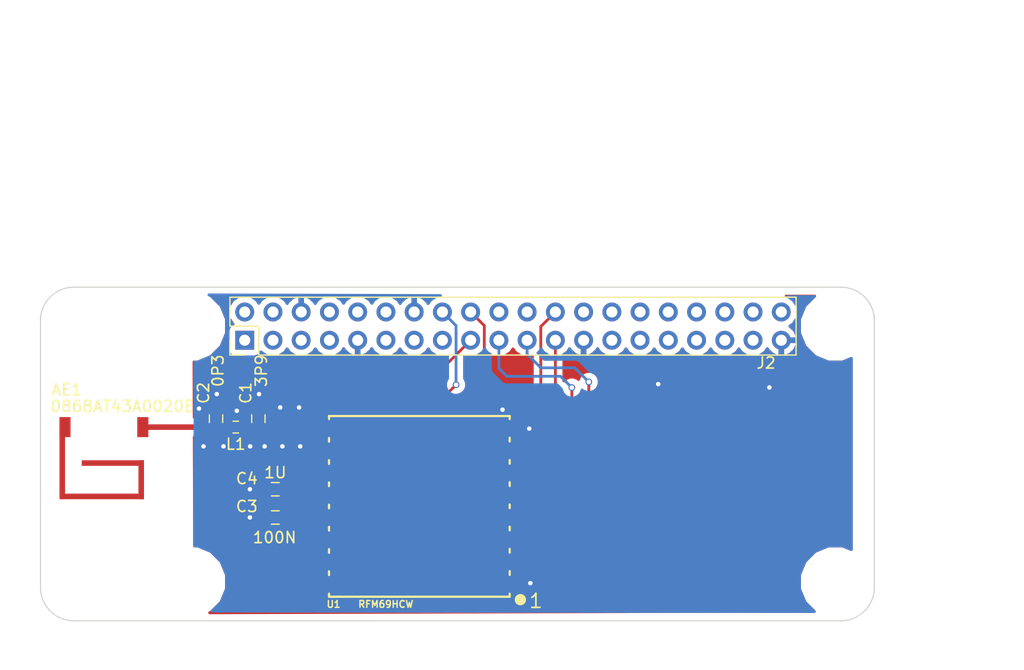
<source format=kicad_pcb>
(kicad_pcb (version 20171130) (host pcbnew "(5.0.0-3-g5ebb6b6)")

  (general
    (thickness 1.6)
    (drawings 16)
    (tracks 83)
    (zones 0)
    (modules 16)
    (nets 45)
  )

  (page A4)
  (layers
    (0 F.Cu signal)
    (31 B.Cu signal)
    (34 B.Paste user)
    (35 F.Paste user)
    (36 B.SilkS user)
    (37 F.SilkS user)
    (38 B.Mask user)
    (39 F.Mask user)
    (40 Dwgs.User user)
    (41 Cmts.User user)
    (44 Edge.Cuts user)
    (48 B.Fab user)
    (49 F.Fab user)
  )

  (setup
    (last_trace_width 0.25)
    (user_trace_width 0.01)
    (user_trace_width 0.02)
    (user_trace_width 0.05)
    (user_trace_width 0.1)
    (user_trace_width 0.2)
    (trace_clearance 0.2)
    (zone_clearance 0.508)
    (zone_45_only no)
    (trace_min 0.01)
    (segment_width 0.2)
    (edge_width 0.1)
    (via_size 0.6)
    (via_drill 0.4)
    (via_min_size 0.4)
    (via_min_drill 0.3)
    (uvia_size 0.3)
    (uvia_drill 0.1)
    (uvias_allowed no)
    (uvia_min_size 0.2)
    (uvia_min_drill 0.1)
    (pcb_text_width 0.3)
    (pcb_text_size 1.5 1.5)
    (mod_edge_width 0.15)
    (mod_text_size 1 1)
    (mod_text_width 0.15)
    (pad_size 2.75 2.75)
    (pad_drill 2.75)
    (pad_to_mask_clearance 0)
    (aux_axis_origin 0 0)
    (visible_elements 7FFFFFFF)
    (pcbplotparams
      (layerselection 0x01330_80000001)
      (usegerberextensions false)
      (usegerberattributes false)
      (usegerberadvancedattributes false)
      (creategerberjobfile false)
      (excludeedgelayer true)
      (linewidth 0.100000)
      (plotframeref false)
      (viasonmask false)
      (mode 1)
      (useauxorigin false)
      (hpglpennumber 1)
      (hpglpenspeed 20)
      (hpglpendiameter 15.000000)
      (psnegative false)
      (psa4output false)
      (plotreference true)
      (plotvalue true)
      (plotinvisibletext false)
      (padsonsilk false)
      (subtractmaskfromsilk false)
      (outputformat 4)
      (mirror false)
      (drillshape 2)
      (scaleselection 1)
      (outputdirectory "meta/"))
  )

  (net 0 "")
  (net 1 "Net-(J2-Pad1)")
  (net 2 "Net-(J2-Pad2)")
  (net 3 "Net-(J2-Pad3)")
  (net 4 "Net-(J2-Pad4)")
  (net 5 "Net-(J2-Pad5)")
  (net 6 "Net-(J2-Pad7)")
  (net 7 "Net-(J2-Pad8)")
  (net 8 "Net-(J2-Pad10)")
  (net 9 "Net-(J2-Pad11)")
  (net 10 "Net-(J2-Pad12)")
  (net 11 "Net-(J2-Pad13)")
  (net 12 "Net-(J2-Pad15)")
  (net 13 "Net-(J2-Pad16)")
  (net 14 "Net-(J2-Pad18)")
  (net 15 "Net-(J2-Pad19)")
  (net 16 "Net-(J2-Pad21)")
  (net 17 "Net-(J2-Pad22)")
  (net 18 "Net-(J2-Pad23)")
  (net 19 "Net-(J2-Pad24)")
  (net 20 "Net-(J2-Pad26)")
  (net 21 "Net-(J2-Pad27)")
  (net 22 "Net-(J2-Pad28)")
  (net 23 "Net-(J2-Pad29)")
  (net 24 "Net-(J2-Pad31)")
  (net 25 "Net-(J2-Pad32)")
  (net 26 "Net-(J2-Pad33)")
  (net 27 "Net-(J2-Pad35)")
  (net 28 "Net-(J2-Pad36)")
  (net 29 "Net-(J2-Pad37)")
  (net 30 "Net-(J2-Pad38)")
  (net 31 "Net-(J2-Pad40)")
  (net 32 GND)
  (net 33 +3V3)
  (net 34 "Net-(U1-Pad7)")
  (net 35 "Net-(U1-Pad11)")
  (net 36 "Net-(U1-Pad12)")
  (net 37 "Net-(U1-Pad15)")
  (net 38 "Net-(U1-Pad16)")
  (net 39 "Net-(AE1-Pad2)")
  (net 40 "Net-(AE1-Pad1)")
  (net 41 "Net-(C1-Pad1)")
  (net 42 "Net-(J2-Pad34)")
  (net 43 "Net-(J2-Pad30)")
  (net 44 "Net-(J2-Pad20)")

  (net_class Default "This is the default net class."
    (clearance 0.2)
    (trace_width 0.25)
    (via_dia 0.6)
    (via_drill 0.4)
    (uvia_dia 0.3)
    (uvia_drill 0.1)
    (add_net +3V3)
    (add_net GND)
    (add_net "Net-(J2-Pad1)")
    (add_net "Net-(J2-Pad10)")
    (add_net "Net-(J2-Pad11)")
    (add_net "Net-(J2-Pad12)")
    (add_net "Net-(J2-Pad13)")
    (add_net "Net-(J2-Pad15)")
    (add_net "Net-(J2-Pad16)")
    (add_net "Net-(J2-Pad18)")
    (add_net "Net-(J2-Pad19)")
    (add_net "Net-(J2-Pad2)")
    (add_net "Net-(J2-Pad20)")
    (add_net "Net-(J2-Pad21)")
    (add_net "Net-(J2-Pad22)")
    (add_net "Net-(J2-Pad23)")
    (add_net "Net-(J2-Pad24)")
    (add_net "Net-(J2-Pad26)")
    (add_net "Net-(J2-Pad27)")
    (add_net "Net-(J2-Pad28)")
    (add_net "Net-(J2-Pad29)")
    (add_net "Net-(J2-Pad3)")
    (add_net "Net-(J2-Pad30)")
    (add_net "Net-(J2-Pad31)")
    (add_net "Net-(J2-Pad32)")
    (add_net "Net-(J2-Pad33)")
    (add_net "Net-(J2-Pad34)")
    (add_net "Net-(J2-Pad35)")
    (add_net "Net-(J2-Pad36)")
    (add_net "Net-(J2-Pad37)")
    (add_net "Net-(J2-Pad38)")
    (add_net "Net-(J2-Pad4)")
    (add_net "Net-(J2-Pad40)")
    (add_net "Net-(J2-Pad5)")
    (add_net "Net-(J2-Pad7)")
    (add_net "Net-(J2-Pad8)")
    (add_net "Net-(U1-Pad11)")
    (add_net "Net-(U1-Pad12)")
    (add_net "Net-(U1-Pad15)")
    (add_net "Net-(U1-Pad16)")
    (add_net "Net-(U1-Pad7)")
  )

  (net_class RF ""
    (clearance 0.2)
    (trace_width 0.5)
    (via_dia 0.6)
    (via_drill 0.4)
    (uvia_dia 0.3)
    (uvia_drill 0.1)
    (add_net "Net-(AE1-Pad1)")
    (add_net "Net-(AE1-Pad2)")
    (add_net "Net-(C1-Pad1)")
  )

  (module muwave_stub (layer F.Cu) (tedit 5CB51FBF) (tstamp 5CB53EB9)
    (at 33.2 48.8 90)
    (fp_text reference REF** (at 0 0.5 90) (layer F.Fab)
      (effects (font (size 0.5 0.5) (thickness 0.1)))
    )
    (fp_text value muwave_stub (at 0 -0.5 90) (layer F.Fab)
      (effects (font (size 0.5 0.5) (thickness 0.1)))
    )
    (pad 1 smd rect (at 0 0 90) (size 0.5 0.5) (layers F.Cu))
    (pad 1 smd rect (at 0 -2.8 90) (size 0.5 5.1) (layers F.Cu))
  )

  (module muwave_stub (layer F.Cu) (tedit 5CB51FCC) (tstamp 5CB53EB8)
    (at 33.2 51.8)
    (fp_text reference REF** (at 0 0.5) (layer F.Fab)
      (effects (font (size 0.5 0.5) (thickness 0.1)))
    )
    (fp_text value muwave_stub (at 0 -0.5) (layer F.Fab)
      (effects (font (size 0.5 0.5) (thickness 0.1)))
    )
    (pad 1 smd rect (at 0 0) (size 0.5 0.5) (layers F.Cu))
    (pad 1 smd rect (at 0 -1.75) (size 0.5 3) (layers F.Cu))
  )

  (module muwave_stub (layer F.Cu) (tedit 5CB51FC6) (tstamp 5CB53EB6)
    (at 33.2 51.8 90)
    (fp_text reference REF** (at 0 0.5 90) (layer F.Fab)
      (effects (font (size 0.5 0.5) (thickness 0.1)))
    )
    (fp_text value muwave_stub (at 0 -0.5 90) (layer F.Fab)
      (effects (font (size 0.5 0.5) (thickness 0.1)))
    )
    (pad 1 smd rect (at 0 0 90) (size 0.5 0.5) (layers F.Cu))
    (pad 1 smd rect (at 0 -3.8 90) (size 0.5 7.1) (layers F.Cu))
  )

  (module muwave_stub (layer F.Cu) (tedit 5CB51F49) (tstamp 5CB53EB5)
    (at 26.1 51.8)
    (fp_text reference REF** (at 0.6 1.2) (layer F.Fab)
      (effects (font (size 0.5 0.5) (thickness 0.1)))
    )
    (fp_text value muwave_stub (at 0 -0.5) (layer F.Fab)
      (effects (font (size 0.5 0.5) (thickness 0.1)))
    )
    (pad 1 smd rect (at 0 0) (size 0.5 0.5) (layers F.Cu))
    (pad 1 smd rect (at 0 -2.8) (size 0.5 5.1) (layers F.Cu))
  )

  (module Connector_PinHeader_2.54mm:PinHeader_2x20_P2.54mm_Vertical (layer F.Cu) (tedit 59FED5CC) (tstamp 5B55D6D3)
    (at 42.5108 37.7536 90)
    (descr "Through hole straight pin header, 2x20, 2.54mm pitch, double rows")
    (tags "Through hole pin header THT 2x20 2.54mm double row")
    (path /5516AE26)
    (fp_text reference J2 (at -2.0464 46.8892) (layer F.SilkS)
      (effects (font (size 1 1) (thickness 0.15)))
    )
    (fp_text value RPi_GPIO (at 1.27 50.59 90) (layer F.Fab)
      (effects (font (size 1 1) (thickness 0.15)))
    )
    (fp_text user %R (at 1.27 24.13 180) (layer F.Fab)
      (effects (font (size 1 1) (thickness 0.15)))
    )
    (fp_line (start 4.35 -1.8) (end -1.8 -1.8) (layer F.CrtYd) (width 0.05))
    (fp_line (start 4.35 50.05) (end 4.35 -1.8) (layer F.CrtYd) (width 0.05))
    (fp_line (start -1.8 50.05) (end 4.35 50.05) (layer F.CrtYd) (width 0.05))
    (fp_line (start -1.8 -1.8) (end -1.8 50.05) (layer F.CrtYd) (width 0.05))
    (fp_line (start -1.33 -1.33) (end 0 -1.33) (layer F.SilkS) (width 0.12))
    (fp_line (start -1.33 0) (end -1.33 -1.33) (layer F.SilkS) (width 0.12))
    (fp_line (start 1.27 -1.33) (end 3.87 -1.33) (layer F.SilkS) (width 0.12))
    (fp_line (start 1.27 1.27) (end 1.27 -1.33) (layer F.SilkS) (width 0.12))
    (fp_line (start -1.33 1.27) (end 1.27 1.27) (layer F.SilkS) (width 0.12))
    (fp_line (start 3.87 -1.33) (end 3.87 49.59) (layer F.SilkS) (width 0.12))
    (fp_line (start -1.33 1.27) (end -1.33 49.59) (layer F.SilkS) (width 0.12))
    (fp_line (start -1.33 49.59) (end 3.87 49.59) (layer F.SilkS) (width 0.12))
    (fp_line (start -1.27 0) (end 0 -1.27) (layer F.Fab) (width 0.1))
    (fp_line (start -1.27 49.53) (end -1.27 0) (layer F.Fab) (width 0.1))
    (fp_line (start 3.81 49.53) (end -1.27 49.53) (layer F.Fab) (width 0.1))
    (fp_line (start 3.81 -1.27) (end 3.81 49.53) (layer F.Fab) (width 0.1))
    (fp_line (start 0 -1.27) (end 3.81 -1.27) (layer F.Fab) (width 0.1))
    (pad 40 thru_hole oval (at 2.54 48.26 90) (size 1.7 1.7) (drill 1) (layers *.Cu *.Mask)
      (net 31 "Net-(J2-Pad40)"))
    (pad 39 thru_hole oval (at 0 48.26 90) (size 1.7 1.7) (drill 1) (layers *.Cu *.Mask)
      (net 32 GND))
    (pad 38 thru_hole oval (at 2.54 45.72 90) (size 1.7 1.7) (drill 1) (layers *.Cu *.Mask)
      (net 30 "Net-(J2-Pad38)"))
    (pad 37 thru_hole oval (at 0 45.72 90) (size 1.7 1.7) (drill 1) (layers *.Cu *.Mask)
      (net 29 "Net-(J2-Pad37)"))
    (pad 36 thru_hole oval (at 2.54 43.18 90) (size 1.7 1.7) (drill 1) (layers *.Cu *.Mask)
      (net 28 "Net-(J2-Pad36)"))
    (pad 35 thru_hole oval (at 0 43.18 90) (size 1.7 1.7) (drill 1) (layers *.Cu *.Mask)
      (net 27 "Net-(J2-Pad35)"))
    (pad 34 thru_hole oval (at 2.54 40.64 90) (size 1.7 1.7) (drill 1) (layers *.Cu *.Mask)
      (net 42 "Net-(J2-Pad34)"))
    (pad 33 thru_hole oval (at 0 40.64 90) (size 1.7 1.7) (drill 1) (layers *.Cu *.Mask)
      (net 26 "Net-(J2-Pad33)"))
    (pad 32 thru_hole oval (at 2.54 38.1 90) (size 1.7 1.7) (drill 1) (layers *.Cu *.Mask)
      (net 25 "Net-(J2-Pad32)"))
    (pad 31 thru_hole oval (at 0 38.1 90) (size 1.7 1.7) (drill 1) (layers *.Cu *.Mask)
      (net 24 "Net-(J2-Pad31)"))
    (pad 30 thru_hole oval (at 2.54 35.56 90) (size 1.7 1.7) (drill 1) (layers *.Cu *.Mask)
      (net 43 "Net-(J2-Pad30)"))
    (pad 29 thru_hole oval (at 0 35.56 90) (size 1.7 1.7) (drill 1) (layers *.Cu *.Mask)
      (net 23 "Net-(J2-Pad29)"))
    (pad 28 thru_hole oval (at 2.54 33.02 90) (size 1.7 1.7) (drill 1) (layers *.Cu *.Mask)
      (net 22 "Net-(J2-Pad28)"))
    (pad 27 thru_hole oval (at 0 33.02 90) (size 1.7 1.7) (drill 1) (layers *.Cu *.Mask)
      (net 21 "Net-(J2-Pad27)"))
    (pad 26 thru_hole oval (at 2.54 30.48 90) (size 1.7 1.7) (drill 1) (layers *.Cu *.Mask)
      (net 20 "Net-(J2-Pad26)"))
    (pad 25 thru_hole oval (at 0 30.48 90) (size 1.7 1.7) (drill 1) (layers *.Cu *.Mask)
      (net 32 GND))
    (pad 24 thru_hole oval (at 2.54 27.94 90) (size 1.7 1.7) (drill 1) (layers *.Cu *.Mask)
      (net 19 "Net-(J2-Pad24)"))
    (pad 23 thru_hole oval (at 0 27.94 90) (size 1.7 1.7) (drill 1) (layers *.Cu *.Mask)
      (net 18 "Net-(J2-Pad23)"))
    (pad 22 thru_hole oval (at 2.54 25.4 90) (size 1.7 1.7) (drill 1) (layers *.Cu *.Mask)
      (net 17 "Net-(J2-Pad22)"))
    (pad 21 thru_hole oval (at 0 25.4 90) (size 1.7 1.7) (drill 1) (layers *.Cu *.Mask)
      (net 16 "Net-(J2-Pad21)"))
    (pad 20 thru_hole oval (at 2.54 22.86 90) (size 1.7 1.7) (drill 1) (layers *.Cu *.Mask)
      (net 44 "Net-(J2-Pad20)"))
    (pad 19 thru_hole oval (at 0 22.86 90) (size 1.7 1.7) (drill 1) (layers *.Cu *.Mask)
      (net 15 "Net-(J2-Pad19)"))
    (pad 18 thru_hole oval (at 2.54 20.32 90) (size 1.7 1.7) (drill 1) (layers *.Cu *.Mask)
      (net 14 "Net-(J2-Pad18)"))
    (pad 17 thru_hole oval (at 0 20.32 90) (size 1.7 1.7) (drill 1) (layers *.Cu *.Mask)
      (net 33 +3V3))
    (pad 16 thru_hole oval (at 2.54 17.78 90) (size 1.7 1.7) (drill 1) (layers *.Cu *.Mask)
      (net 13 "Net-(J2-Pad16)"))
    (pad 15 thru_hole oval (at 0 17.78 90) (size 1.7 1.7) (drill 1) (layers *.Cu *.Mask)
      (net 12 "Net-(J2-Pad15)"))
    (pad 14 thru_hole oval (at 2.54 15.24 90) (size 1.7 1.7) (drill 1) (layers *.Cu *.Mask)
      (net 32 GND))
    (pad 13 thru_hole oval (at 0 15.24 90) (size 1.7 1.7) (drill 1) (layers *.Cu *.Mask)
      (net 11 "Net-(J2-Pad13)"))
    (pad 12 thru_hole oval (at 2.54 12.7 90) (size 1.7 1.7) (drill 1) (layers *.Cu *.Mask)
      (net 10 "Net-(J2-Pad12)"))
    (pad 11 thru_hole oval (at 0 12.7 90) (size 1.7 1.7) (drill 1) (layers *.Cu *.Mask)
      (net 9 "Net-(J2-Pad11)"))
    (pad 10 thru_hole oval (at 2.54 10.16 90) (size 1.7 1.7) (drill 1) (layers *.Cu *.Mask)
      (net 8 "Net-(J2-Pad10)"))
    (pad 9 thru_hole oval (at 0 10.16 90) (size 1.7 1.7) (drill 1) (layers *.Cu *.Mask)
      (net 32 GND))
    (pad 8 thru_hole oval (at 2.54 7.62 90) (size 1.7 1.7) (drill 1) (layers *.Cu *.Mask)
      (net 7 "Net-(J2-Pad8)"))
    (pad 7 thru_hole oval (at 0 7.62 90) (size 1.7 1.7) (drill 1) (layers *.Cu *.Mask)
      (net 6 "Net-(J2-Pad7)"))
    (pad 6 thru_hole oval (at 2.54 5.08 90) (size 1.7 1.7) (drill 1) (layers *.Cu *.Mask)
      (net 32 GND))
    (pad 5 thru_hole oval (at 0 5.08 90) (size 1.7 1.7) (drill 1) (layers *.Cu *.Mask)
      (net 5 "Net-(J2-Pad5)"))
    (pad 4 thru_hole oval (at 2.54 2.54 90) (size 1.7 1.7) (drill 1) (layers *.Cu *.Mask)
      (net 4 "Net-(J2-Pad4)"))
    (pad 3 thru_hole oval (at 0 2.54 90) (size 1.7 1.7) (drill 1) (layers *.Cu *.Mask)
      (net 3 "Net-(J2-Pad3)"))
    (pad 2 thru_hole oval (at 2.54 0 90) (size 1.7 1.7) (drill 1) (layers *.Cu *.Mask)
      (net 2 "Net-(J2-Pad2)"))
    (pad 1 thru_hole rect (at 0 0 90) (size 1.7 1.7) (drill 1) (layers *.Cu *.Mask)
      (net 1 "Net-(J2-Pad1)"))
    (model ${KISYS3DMOD}/Connector_PinHeader_2.54mm.3dshapes/PinHeader_2x20_P2.54mm_Vertical.wrl
      (at (xyz 0 0 0))
      (scale (xyz 1 1 1))
      (rotate (xyz 0 0 0))
    )
  )

  (module RPi_Hat:RPi_Hat_Mounting_Hole locked (layer F.Cu) (tedit 55217CCB) (tstamp 58B743A7)
    (at 37.6408 59.4836)
    (descr "Mounting hole, Befestigungsbohrung, 2,7mm, No Annular, Kein Restring,")
    (tags "Mounting hole, Befestigungsbohrung, 2,7mm, No Annular, Kein Restring,")
    (fp_text reference "" (at 0 -4.0005) (layer F.SilkS) hide
      (effects (font (size 1 1) (thickness 0.15)))
    )
    (fp_text value "" (at 0.09906 3.59918) (layer F.Fab) hide
      (effects (font (size 1 1) (thickness 0.15)))
    )
    (fp_circle (center 0 0) (end 1.375 0) (layer F.Fab) (width 0.15))
    (fp_circle (center 0 0) (end 3.1 0) (layer F.Fab) (width 0.15))
    (fp_circle (center 0 0) (end 3.1 0) (layer B.Fab) (width 0.15))
    (fp_circle (center 0 0) (end 1.375 0) (layer B.Fab) (width 0.15))
    (fp_circle (center 0 0) (end 3.1 0) (layer F.CrtYd) (width 0.15))
    (fp_circle (center 0 0) (end 3.1 0) (layer B.CrtYd) (width 0.15))
    (pad "" np_thru_hole circle (at 0 0) (size 2.75 2.75) (drill 2.75) (layers *.Cu *.Mask)
      (solder_mask_margin 1.725) (clearance 1.725))
  )

  (module RPi_Hat:RPi_Hat_Mounting_Hole locked (layer F.Cu) (tedit 55217C7B) (tstamp 5515DEA9)
    (at 95.6408 36.4836)
    (descr "Mounting hole, Befestigungsbohrung, 2,7mm, No Annular, Kein Restring,")
    (tags "Mounting hole, Befestigungsbohrung, 2,7mm, No Annular, Kein Restring,")
    (fp_text reference "" (at 0 -4.0005) (layer F.SilkS) hide
      (effects (font (size 1 1) (thickness 0.15)))
    )
    (fp_text value "" (at 0.09906 3.59918) (layer F.Fab) hide
      (effects (font (size 1 1) (thickness 0.15)))
    )
    (fp_circle (center 0 0) (end 1.375 0) (layer F.Fab) (width 0.15))
    (fp_circle (center 0 0) (end 3.1 0) (layer F.Fab) (width 0.15))
    (fp_circle (center 0 0) (end 3.1 0) (layer B.Fab) (width 0.15))
    (fp_circle (center 0 0) (end 1.375 0) (layer B.Fab) (width 0.15))
    (fp_circle (center 0 0) (end 3.1 0) (layer F.CrtYd) (width 0.15))
    (fp_circle (center 0 0) (end 3.1 0) (layer B.CrtYd) (width 0.15))
    (pad "" np_thru_hole circle (at 0 0) (size 2.75 2.75) (drill 2.75) (layers *.Cu *.Mask)
      (solder_mask_margin 1.725) (clearance 1.725))
  )

  (module RPi_Hat:RPi_Hat_Mounting_Hole locked (layer F.Cu) (tedit 55217CCB) (tstamp 55169DC9)
    (at 95.6408 59.4836)
    (descr "Mounting hole, Befestigungsbohrung, 2,7mm, No Annular, Kein Restring,")
    (tags "Mounting hole, Befestigungsbohrung, 2,7mm, No Annular, Kein Restring,")
    (fp_text reference "" (at 0 -4.0005) (layer F.SilkS) hide
      (effects (font (size 1 1) (thickness 0.15)))
    )
    (fp_text value "" (at 0.09906 3.59918) (layer F.Fab) hide
      (effects (font (size 1 1) (thickness 0.15)))
    )
    (fp_circle (center 0 0) (end 1.375 0) (layer F.Fab) (width 0.15))
    (fp_circle (center 0 0) (end 3.1 0) (layer F.Fab) (width 0.15))
    (fp_circle (center 0 0) (end 3.1 0) (layer B.Fab) (width 0.15))
    (fp_circle (center 0 0) (end 1.375 0) (layer B.Fab) (width 0.15))
    (fp_circle (center 0 0) (end 3.1 0) (layer F.CrtYd) (width 0.15))
    (fp_circle (center 0 0) (end 3.1 0) (layer B.CrtYd) (width 0.15))
    (pad "" np_thru_hole circle (at 0 0) (size 2.75 2.75) (drill 2.75) (layers *.Cu *.Mask)
      (solder_mask_margin 1.725) (clearance 1.725))
  )

  (module RPi_Hat:RPi_Hat_Mounting_Hole locked (layer F.Cu) (tedit 55217CA2) (tstamp 5515DEBF)
    (at 37.6408 36.4836)
    (descr "Mounting hole, Befestigungsbohrung, 2,7mm, No Annular, Kein Restring,")
    (tags "Mounting hole, Befestigungsbohrung, 2,7mm, No Annular, Kein Restring,")
    (fp_text reference "" (at 0 -4.0005) (layer F.SilkS) hide
      (effects (font (size 1 1) (thickness 0.15)))
    )
    (fp_text value "" (at 0.09906 3.59918) (layer F.Fab) hide
      (effects (font (size 1 1) (thickness 0.15)))
    )
    (fp_circle (center 0 0) (end 1.375 0) (layer F.Fab) (width 0.15))
    (fp_circle (center 0 0) (end 3.1 0) (layer F.Fab) (width 0.15))
    (fp_circle (center 0 0) (end 3.1 0) (layer B.Fab) (width 0.15))
    (fp_circle (center 0 0) (end 1.375 0) (layer B.Fab) (width 0.15))
    (fp_circle (center 0 0) (end 3.1 0) (layer F.CrtYd) (width 0.15))
    (fp_circle (center 0 0) (end 3.1 0) (layer B.CrtYd) (width 0.15))
    (pad "" np_thru_hole circle (at 0 0) (size 2.75 2.75) (drill 2.75) (layers *.Cu *.Mask)
      (solder_mask_margin 1.725) (clearance 1.725))
  )

  (module RF:RFM69HCW-XXXS2 (layer F.Cu) (tedit 5CB51CC5) (tstamp 5CB52F35)
    (at 58.2168 52.69738 180)
    (descr "HOPE RF RFM69HCW RF TRANSCIEVER")
    (tags "HOPE RF RFM69HCW RF TRANSCIEVER")
    (path /5CB556D6)
    (attr smd)
    (fp_text reference U1 (at 7.7168 -8.80262 180) (layer F.SilkS)
      (effects (font (size 0.6096 0.6096) (thickness 0.127)))
    )
    (fp_text value RFM69HCW (at 3.0168 -8.80262 180) (layer F.SilkS)
      (effects (font (size 0.6096 0.6096) (thickness 0.127)))
    )
    (fp_line (start -8.12546 -8.12546) (end 8.12546 -8.12546) (layer F.SilkS) (width 0.2032))
    (fp_line (start 8.12546 8.12546) (end -8.12546 8.12546) (layer F.SilkS) (width 0.2032))
    (fp_line (start -3.99796 -5.99948) (end -3.99796 -1.99898) (layer Dwgs.User) (width 0.2032))
    (fp_line (start -3.99796 -1.99898) (end 0 -1.99898) (layer Dwgs.User) (width 0.2032))
    (fp_line (start 0 -1.99898) (end 0 -5.99948) (layer Dwgs.User) (width 0.2032))
    (fp_line (start 0 -5.99948) (end -3.99796 -5.99948) (layer Dwgs.User) (width 0.2032))
    (fp_line (start 1.99898 0.49784) (end 1.99898 -1.4986) (layer Dwgs.User) (width 0.2032))
    (fp_line (start 3.99796 -1.4986) (end 1.99898 -1.4986) (layer Dwgs.User) (width 0.2032))
    (fp_line (start 3.99796 0.49784) (end 3.99796 -1.4986) (layer Dwgs.User) (width 0.2032))
    (fp_line (start 3.99796 0.49784) (end 1.99898 0.49784) (layer Dwgs.User) (width 0.2032))
    (fp_line (start -7.99846 7.99846) (end 7.99846 7.99846) (layer Dwgs.User) (width 0.127))
    (fp_line (start 7.99846 7.99846) (end 7.99846 -7.99846) (layer Dwgs.User) (width 0.127))
    (fp_line (start 7.99846 -7.99846) (end -7.99846 -7.99846) (layer Dwgs.User) (width 0.127))
    (fp_line (start -7.99846 -7.99846) (end -7.99846 7.99846) (layer Dwgs.User) (width 0.127))
    (fp_line (start -8.12546 8.12546) (end -8.12546 7.85876) (layer F.SilkS) (width 0.2032))
    (fp_line (start 8.12546 7.85876) (end 8.12546 8.12546) (layer F.SilkS) (width 0.2032))
    (fp_line (start -8.12546 -5.82422) (end -8.12546 -6.15442) (layer F.SilkS) (width 0.2032))
    (fp_line (start 8.12546 -8.12546) (end 8.12546 -7.85876) (layer F.SilkS) (width 0.2032))
    (fp_line (start -8.12546 -7.85876) (end -8.12546 -8.12546) (layer F.SilkS) (width 0.2032))
    (fp_line (start -8.12546 -3.82524) (end -8.12546 -4.15544) (layer F.SilkS) (width 0.2032))
    (fp_line (start -8.12546 -1.82372) (end -8.12546 -2.15392) (layer F.SilkS) (width 0.2032))
    (fp_line (start -8.12546 0.17272) (end -8.12546 -0.15494) (layer F.SilkS) (width 0.2032))
    (fp_line (start -8.12546 2.1717) (end -8.12546 1.8415) (layer F.SilkS) (width 0.2032))
    (fp_line (start -8.12546 4.17322) (end -8.12546 3.84302) (layer F.SilkS) (width 0.2032))
    (fp_line (start -8.12546 6.1722) (end -8.12546 5.842) (layer F.SilkS) (width 0.2032))
    (fp_line (start 8.12546 5.82422) (end 8.12546 6.15442) (layer F.SilkS) (width 0.2032))
    (fp_line (start 8.12546 3.82524) (end 8.12546 4.15544) (layer F.SilkS) (width 0.2032))
    (fp_line (start 8.12546 1.82372) (end 8.12546 2.15392) (layer F.SilkS) (width 0.2032))
    (fp_line (start 8.12546 -0.17272) (end 8.12546 0.15494) (layer F.SilkS) (width 0.2032))
    (fp_line (start 8.12546 -2.1717) (end 8.12546 -1.8415) (layer F.SilkS) (width 0.2032))
    (fp_line (start 8.12546 -4.17322) (end 8.12546 -3.84302) (layer F.SilkS) (width 0.2032))
    (fp_line (start 8.12546 -6.1722) (end 8.12546 -5.842) (layer F.SilkS) (width 0.2032))
    (fp_circle (center -9.08812 -8.38962) (end -9.08812 -8.89762) (layer F.SilkS) (width 0))
    (fp_text user 1 (at -10.4832 -8.50262 180) (layer F.SilkS)
      (effects (font (size 1.27 1.27) (thickness 0.1524)))
    )
    (pad 1 smd rect (at -7.49808 -6.9977 180) (size 2.99974 1.19888) (layers F.Cu F.Paste F.Mask)
      (net 32 GND) (solder_mask_margin 0.1016))
    (pad 2 smd rect (at -7.49808 -4.99872 180) (size 2.99974 1.19888) (layers F.Cu F.Paste F.Mask)
      (net 16 "Net-(J2-Pad21)") (solder_mask_margin 0.1016))
    (pad 3 smd rect (at -7.49808 -2.99974 180) (size 2.99974 1.19888) (layers F.Cu F.Paste F.Mask)
      (net 15 "Net-(J2-Pad19)") (solder_mask_margin 0.1016))
    (pad 4 smd rect (at -7.49808 -0.99822 180) (size 2.99974 1.19888) (layers F.Cu F.Paste F.Mask)
      (net 18 "Net-(J2-Pad23)") (solder_mask_margin 0.1016))
    (pad 5 smd rect (at -7.49808 0.99822 180) (size 2.99974 1.19888) (layers F.Cu F.Paste F.Mask)
      (net 19 "Net-(J2-Pad24)") (solder_mask_margin 0.1016))
    (pad 6 smd rect (at -7.49808 2.99974 180) (size 2.99974 1.19888) (layers F.Cu F.Paste F.Mask)
      (net 14 "Net-(J2-Pad18)") (solder_mask_margin 0.1016))
    (pad 7 smd rect (at -7.49808 4.99872 180) (size 2.99974 1.19888) (layers F.Cu F.Paste F.Mask)
      (net 34 "Net-(U1-Pad7)") (solder_mask_margin 0.1016))
    (pad 8 smd rect (at -7.49808 6.9977 180) (size 2.99974 1.19888) (layers F.Cu F.Paste F.Mask)
      (net 32 GND) (solder_mask_margin 0.1016))
    (pad 9 smd rect (at 7.49808 6.9977 180) (size 2.99974 1.19888) (layers F.Cu F.Paste F.Mask)
      (net 41 "Net-(C1-Pad1)") (solder_mask_margin 0.1016))
    (pad 10 smd rect (at 7.49808 4.99872 180) (size 2.99974 1.19888) (layers F.Cu F.Paste F.Mask)
      (net 32 GND) (solder_mask_margin 0.1016))
    (pad 11 smd rect (at 7.49808 2.99974 180) (size 2.99974 1.19888) (layers F.Cu F.Paste F.Mask)
      (net 35 "Net-(U1-Pad11)") (solder_mask_margin 0.1016))
    (pad 12 smd rect (at 7.49808 0.99822 180) (size 2.99974 1.19888) (layers F.Cu F.Paste F.Mask)
      (net 36 "Net-(U1-Pad12)") (solder_mask_margin 0.1016))
    (pad 13 smd rect (at 7.49808 -0.99822 180) (size 2.99974 1.19888) (layers F.Cu F.Paste F.Mask)
      (net 33 +3V3) (solder_mask_margin 0.1016))
    (pad 14 smd rect (at 7.49808 -2.99974 180) (size 2.99974 1.19888) (layers F.Cu F.Paste F.Mask)
      (net 13 "Net-(J2-Pad16)") (solder_mask_margin 0.1016))
    (pad 15 smd rect (at 7.49808 -4.99872 180) (size 2.99974 1.19888) (layers F.Cu F.Paste F.Mask)
      (net 37 "Net-(U1-Pad15)") (solder_mask_margin 0.1016))
    (pad 16 smd rect (at 7.49808 -6.9977 180) (size 2.99974 1.19888) (layers F.Cu F.Paste F.Mask)
      (net 38 "Net-(U1-Pad16)") (solder_mask_margin 0.1016))
  )

  (module Capacitors_SMD:C_0603 (layer F.Cu) (tedit 5CB51F2C) (tstamp 5CB5359A)
    (at 43.7388 44.8056 90)
    (descr "Capacitor SMD 0603, reflow soldering, AVX (see smccp.pdf)")
    (tags "capacitor 0603")
    (path /5CB79642)
    (attr smd)
    (fp_text reference C1 (at 2.3056 -1.1388 90) (layer F.SilkS)
      (effects (font (size 1 1) (thickness 0.15)))
    )
    (fp_text value 3P9 (at 4.3056 0.2612 90) (layer F.SilkS)
      (effects (font (size 1 1) (thickness 0.15)))
    )
    (fp_text user %R (at 0 0 90) (layer F.Fab)
      (effects (font (size 0.3 0.3) (thickness 0.075)))
    )
    (fp_line (start -0.8 0.4) (end -0.8 -0.4) (layer F.Fab) (width 0.1))
    (fp_line (start 0.8 0.4) (end -0.8 0.4) (layer F.Fab) (width 0.1))
    (fp_line (start 0.8 -0.4) (end 0.8 0.4) (layer F.Fab) (width 0.1))
    (fp_line (start -0.8 -0.4) (end 0.8 -0.4) (layer F.Fab) (width 0.1))
    (fp_line (start -0.35 -0.6) (end 0.35 -0.6) (layer F.SilkS) (width 0.12))
    (fp_line (start 0.35 0.6) (end -0.35 0.6) (layer F.SilkS) (width 0.12))
    (fp_line (start -1.4 -0.65) (end 1.4 -0.65) (layer F.CrtYd) (width 0.05))
    (fp_line (start -1.4 -0.65) (end -1.4 0.65) (layer F.CrtYd) (width 0.05))
    (fp_line (start 1.4 0.65) (end 1.4 -0.65) (layer F.CrtYd) (width 0.05))
    (fp_line (start 1.4 0.65) (end -1.4 0.65) (layer F.CrtYd) (width 0.05))
    (pad 1 smd rect (at -0.75 0 90) (size 0.8 0.75) (layers F.Cu F.Paste F.Mask)
      (net 41 "Net-(C1-Pad1)"))
    (pad 2 smd rect (at 0.75 0 90) (size 0.8 0.75) (layers F.Cu F.Paste F.Mask)
      (net 32 GND))
    (model Capacitors_SMD.3dshapes/C_0603.wrl
      (at (xyz 0 0 0))
      (scale (xyz 1 1 1))
      (rotate (xyz 0 0 0))
    )
  )

  (module Capacitors_SMD:C_0603 (layer F.Cu) (tedit 5CB51F26) (tstamp 5CB534E6)
    (at 39.9288 44.8056 90)
    (descr "Capacitor SMD 0603, reflow soldering, AVX (see smccp.pdf)")
    (tags "capacitor 0603")
    (path /5CB7975E)
    (attr smd)
    (fp_text reference C2 (at 2.3056 -1.1288 90) (layer F.SilkS)
      (effects (font (size 1 1) (thickness 0.15)))
    )
    (fp_text value 0P3 (at 4.3056 0.1712 90) (layer F.SilkS)
      (effects (font (size 1 1) (thickness 0.15)))
    )
    (fp_line (start 1.4 0.65) (end -1.4 0.65) (layer F.CrtYd) (width 0.05))
    (fp_line (start 1.4 0.65) (end 1.4 -0.65) (layer F.CrtYd) (width 0.05))
    (fp_line (start -1.4 -0.65) (end -1.4 0.65) (layer F.CrtYd) (width 0.05))
    (fp_line (start -1.4 -0.65) (end 1.4 -0.65) (layer F.CrtYd) (width 0.05))
    (fp_line (start 0.35 0.6) (end -0.35 0.6) (layer F.SilkS) (width 0.12))
    (fp_line (start -0.35 -0.6) (end 0.35 -0.6) (layer F.SilkS) (width 0.12))
    (fp_line (start -0.8 -0.4) (end 0.8 -0.4) (layer F.Fab) (width 0.1))
    (fp_line (start 0.8 -0.4) (end 0.8 0.4) (layer F.Fab) (width 0.1))
    (fp_line (start 0.8 0.4) (end -0.8 0.4) (layer F.Fab) (width 0.1))
    (fp_line (start -0.8 0.4) (end -0.8 -0.4) (layer F.Fab) (width 0.1))
    (fp_text user %R (at 0 0 90) (layer F.Fab)
      (effects (font (size 0.3 0.3) (thickness 0.075)))
    )
    (pad 2 smd rect (at 0.75 0 90) (size 0.8 0.75) (layers F.Cu F.Paste F.Mask)
      (net 32 GND))
    (pad 1 smd rect (at -0.75 0 90) (size 0.8 0.75) (layers F.Cu F.Paste F.Mask)
      (net 39 "Net-(AE1-Pad2)"))
    (model Capacitors_SMD.3dshapes/C_0603.wrl
      (at (xyz 0 0 0))
      (scale (xyz 1 1 1))
      (rotate (xyz 0 0 0))
    )
  )

  (module Capacitors_SMD:C_0603 (layer F.Cu) (tedit 5CB51C0D) (tstamp 5CB52BB3)
    (at 45.2628 53.6956 180)
    (descr "Capacitor SMD 0603, reflow soldering, AVX (see smccp.pdf)")
    (tags "capacitor 0603")
    (path /5CB89FF2)
    (attr smd)
    (fp_text reference C3 (at 2.5628 0.9956 180) (layer F.SilkS)
      (effects (font (size 1 1) (thickness 0.15)))
    )
    (fp_text value 100N (at 0.0628 -1.8044 180) (layer F.SilkS)
      (effects (font (size 1 1) (thickness 0.15)))
    )
    (fp_text user %R (at 0 0 180) (layer F.Fab)
      (effects (font (size 0.3 0.3) (thickness 0.075)))
    )
    (fp_line (start -0.8 0.4) (end -0.8 -0.4) (layer F.Fab) (width 0.1))
    (fp_line (start 0.8 0.4) (end -0.8 0.4) (layer F.Fab) (width 0.1))
    (fp_line (start 0.8 -0.4) (end 0.8 0.4) (layer F.Fab) (width 0.1))
    (fp_line (start -0.8 -0.4) (end 0.8 -0.4) (layer F.Fab) (width 0.1))
    (fp_line (start -0.35 -0.6) (end 0.35 -0.6) (layer F.SilkS) (width 0.12))
    (fp_line (start 0.35 0.6) (end -0.35 0.6) (layer F.SilkS) (width 0.12))
    (fp_line (start -1.4 -0.65) (end 1.4 -0.65) (layer F.CrtYd) (width 0.05))
    (fp_line (start -1.4 -0.65) (end -1.4 0.65) (layer F.CrtYd) (width 0.05))
    (fp_line (start 1.4 0.65) (end 1.4 -0.65) (layer F.CrtYd) (width 0.05))
    (fp_line (start 1.4 0.65) (end -1.4 0.65) (layer F.CrtYd) (width 0.05))
    (pad 1 smd rect (at -0.75 0 180) (size 0.8 0.75) (layers F.Cu F.Paste F.Mask)
      (net 33 +3V3))
    (pad 2 smd rect (at 0.75 0 180) (size 0.8 0.75) (layers F.Cu F.Paste F.Mask)
      (net 32 GND))
    (model Capacitors_SMD.3dshapes/C_0603.wrl
      (at (xyz 0 0 0))
      (scale (xyz 1 1 1))
      (rotate (xyz 0 0 0))
    )
  )

  (module Capacitors_SMD:C_0603 (layer F.Cu) (tedit 5CB51C19) (tstamp 5CB52BC4)
    (at 45.2628 51.1556 180)
    (descr "Capacitor SMD 0603, reflow soldering, AVX (see smccp.pdf)")
    (tags "capacitor 0603")
    (path /5CB8A02F)
    (attr smd)
    (fp_text reference C4 (at 2.5628 0.9556 180) (layer F.SilkS)
      (effects (font (size 1 1) (thickness 0.15)))
    )
    (fp_text value 1U (at 0 1.5 180) (layer F.SilkS)
      (effects (font (size 1 1) (thickness 0.15)))
    )
    (fp_line (start 1.4 0.65) (end -1.4 0.65) (layer F.CrtYd) (width 0.05))
    (fp_line (start 1.4 0.65) (end 1.4 -0.65) (layer F.CrtYd) (width 0.05))
    (fp_line (start -1.4 -0.65) (end -1.4 0.65) (layer F.CrtYd) (width 0.05))
    (fp_line (start -1.4 -0.65) (end 1.4 -0.65) (layer F.CrtYd) (width 0.05))
    (fp_line (start 0.35 0.6) (end -0.35 0.6) (layer F.SilkS) (width 0.12))
    (fp_line (start -0.35 -0.6) (end 0.35 -0.6) (layer F.SilkS) (width 0.12))
    (fp_line (start -0.8 -0.4) (end 0.8 -0.4) (layer F.Fab) (width 0.1))
    (fp_line (start 0.8 -0.4) (end 0.8 0.4) (layer F.Fab) (width 0.1))
    (fp_line (start 0.8 0.4) (end -0.8 0.4) (layer F.Fab) (width 0.1))
    (fp_line (start -0.8 0.4) (end -0.8 -0.4) (layer F.Fab) (width 0.1))
    (fp_text user %R (at 0 0 180) (layer F.Fab)
      (effects (font (size 0.3 0.3) (thickness 0.075)))
    )
    (pad 2 smd rect (at 0.75 0 180) (size 0.8 0.75) (layers F.Cu F.Paste F.Mask)
      (net 32 GND))
    (pad 1 smd rect (at -0.75 0 180) (size 0.8 0.75) (layers F.Cu F.Paste F.Mask)
      (net 33 +3V3))
    (model Capacitors_SMD.3dshapes/C_0603.wrl
      (at (xyz 0 0 0))
      (scale (xyz 1 1 1))
      (rotate (xyz 0 0 0))
    )
  )

  (module Resistors_SMD:R_0402 (layer F.Cu) (tedit 58E0A804) (tstamp 5CB52BD5)
    (at 41.7068 45.5676 180)
    (descr "Resistor SMD 0402, reflow soldering, Vishay (see dcrcw.pdf)")
    (tags "resistor 0402")
    (path /5CB7DD27)
    (attr smd)
    (fp_text reference L1 (at 0.0068 -1.5324 180) (layer F.SilkS)
      (effects (font (size 1 1) (thickness 0.15)))
    )
    (fp_text value 18N (at 0 1.45 180) (layer F.Fab)
      (effects (font (size 1 1) (thickness 0.15)))
    )
    (fp_line (start 0.8 0.45) (end -0.8 0.45) (layer F.CrtYd) (width 0.05))
    (fp_line (start 0.8 0.45) (end 0.8 -0.45) (layer F.CrtYd) (width 0.05))
    (fp_line (start -0.8 -0.45) (end -0.8 0.45) (layer F.CrtYd) (width 0.05))
    (fp_line (start -0.8 -0.45) (end 0.8 -0.45) (layer F.CrtYd) (width 0.05))
    (fp_line (start -0.25 0.53) (end 0.25 0.53) (layer F.SilkS) (width 0.12))
    (fp_line (start 0.25 -0.53) (end -0.25 -0.53) (layer F.SilkS) (width 0.12))
    (fp_line (start -0.5 -0.25) (end 0.5 -0.25) (layer F.Fab) (width 0.1))
    (fp_line (start 0.5 -0.25) (end 0.5 0.25) (layer F.Fab) (width 0.1))
    (fp_line (start 0.5 0.25) (end -0.5 0.25) (layer F.Fab) (width 0.1))
    (fp_line (start -0.5 0.25) (end -0.5 -0.25) (layer F.Fab) (width 0.1))
    (fp_text user %R (at 0 -1.5324 180) (layer F.Fab)
      (effects (font (size 1 1) (thickness 0.15)))
    )
    (pad 2 smd rect (at 0.45 0 180) (size 0.4 0.6) (layers F.Cu F.Paste F.Mask)
      (net 39 "Net-(AE1-Pad2)"))
    (pad 1 smd rect (at -0.45 0 180) (size 0.4 0.6) (layers F.Cu F.Paste F.Mask)
      (net 41 "Net-(C1-Pad1)"))
    (model ${KISYS3DMOD}/Resistors_SMD.3dshapes/R_0402.wrl
      (at (xyz 0 0 0))
      (scale (xyz 1 1 1))
      (rotate (xyz 0 0 0))
    )
  )

  (module footprints:0868AT43A0020E (layer F.Cu) (tedit 5CB51FAE) (tstamp 5CB53DD4)
    (at 29.845 45.5676)
    (path /5CB72F5E)
    (fp_text reference AE1 (at -3.345 -3.3676) (layer F.SilkS)
      (effects (font (size 1 1) (thickness 0.15)))
    )
    (fp_text value 0868AT43A0020E (at 1.655 -1.8676) (layer F.SilkS)
      (effects (font (size 1 1) (thickness 0.15)))
    )
    (fp_line (start -3.5 -1) (end -3.5 1) (layer F.Fab) (width 0.1))
    (fp_line (start -3.5 1) (end 3.5 1) (layer F.Fab) (width 0.1))
    (fp_line (start 3.5 1) (end 3.5 -1) (layer F.Fab) (width 0.1))
    (fp_line (start 3.5 -1) (end -3.5 -1) (layer F.Fab) (width 0.1))
    (pad 1 smd rect (at -3.5 0) (size 1 1.8) (layers F.Cu F.Paste F.Mask)
      (net 40 "Net-(AE1-Pad1)"))
    (pad 2 smd rect (at 3.5 0) (size 1 1.8) (layers F.Cu F.Paste F.Mask)
      (net 39 "Net-(AE1-Pad2)"))
  )

  (gr_text "RFM69HCW-868S2\npi ZERO HAT \nBY MALCOLM\nFOR OPENAPS\nAPR 2019\nMIT LICENSE" (at 75.9 49.6) (layer F.Cu)
    (effects (font (size 1.2 1.2) (thickness 0.25)) (justify left))
  )
  (gr_line (start 99.1408 35.4836) (end 99.1408 59.9836) (angle 90) (layer Edge.Cuts) (width 0.1))
  (gr_arc (start 27.1408 35.9836) (end 24.1408 35.9836) (angle 90) (layer Edge.Cuts) (width 0.1) (tstamp 5B55F169))
  (gr_line (start 27.1408 32.9836) (end 96.1408 32.9836) (angle 90) (layer Edge.Cuts) (width 0.1) (tstamp 5B55F01C))
  (gr_arc (start 96.1408 35.9836) (end 96.1408 32.9836) (angle 90) (layer Edge.Cuts) (width 0.1) (tstamp 5B55EED3))
  (dimension 30.5 (width 0.15) (layer Dwgs.User)
    (gr_text "30.5 mm (SMT socket)" (at 109.6908 47.7336 270) (layer Dwgs.User)
      (effects (font (size 1.5 1.5) (thickness 0.15)))
    )
    (feature1 (pts (xy 100.1408 62.9836) (xy 110.7408 62.9836)))
    (feature2 (pts (xy 100.1408 32.4836) (xy 110.7408 32.4836)))
    (crossbar (pts (xy 108.6408 32.4836) (xy 108.6408 62.9836)))
    (arrow1a (pts (xy 108.6408 62.9836) (xy 108.054379 61.857096)))
    (arrow1b (pts (xy 108.6408 62.9836) (xy 109.227221 61.857096)))
    (arrow2a (pts (xy 108.6408 32.4836) (xy 108.054379 33.610104)))
    (arrow2b (pts (xy 108.6408 32.4836) (xy 109.227221 33.610104)))
  )
  (dimension 30 (width 0.15) (layer Dwgs.User)
    (gr_text "30 mm (Thru-hole)" (at 104.6908 47.9836 270) (layer Dwgs.User)
      (effects (font (size 1.5 1.5) (thickness 0.15)))
    )
    (feature1 (pts (xy 100.1408 62.9836) (xy 105.7408 62.9836)))
    (feature2 (pts (xy 100.1408 32.9836) (xy 105.7408 32.9836)))
    (crossbar (pts (xy 103.6408 32.9836) (xy 103.6408 62.9836)))
    (arrow1a (pts (xy 103.6408 62.9836) (xy 103.054379 61.857096)))
    (arrow1b (pts (xy 103.6408 62.9836) (xy 104.227221 61.857096)))
    (arrow2a (pts (xy 103.6408 32.9836) (xy 103.054379 34.110104)))
    (arrow2b (pts (xy 103.6408 32.9836) (xy 104.227221 34.110104)))
  )
  (gr_text "Select one of these board edges depending \nupon the type of socket that is used." (at 20.5 9.5) (layer Cmts.User)
    (effects (font (size 1.5 1.5) (thickness 0.15)) (justify left))
  )
  (dimension 3.5 (width 0.15) (layer Dwgs.User)
    (gr_text "3.5 mm" (at 42.6408 66.9836) (layer Dwgs.User)
      (effects (font (size 1.5 1.5) (thickness 0.15)))
    )
    (feature1 (pts (xy 37.709683 63.7647) (xy 37.709683 68.8647)))
    (feature2 (pts (xy 34.209683 63.7647) (xy 34.209683 68.8647)))
    (crossbar (pts (xy 34.209683 66.7647) (xy 37.709683 66.7647)))
    (arrow1a (pts (xy 37.709683 66.7647) (xy 36.583179 67.351121)))
    (arrow1b (pts (xy 37.709683 66.7647) (xy 36.583179 66.178279)))
    (arrow2a (pts (xy 34.209683 66.7647) (xy 35.336187 67.351121)))
    (arrow2b (pts (xy 34.209683 66.7647) (xy 35.336187 66.178279)))
  )
  (dimension 29 (width 0.15) (layer Dwgs.User)
    (gr_text "29 mm" (at 52.1408 44.333599) (layer Dwgs.User)
      (effects (font (size 1.5 1.5) (thickness 0.15)))
    )
    (feature1 (pts (xy 66.6408 40.4836) (xy 66.6408 45.683599)))
    (feature2 (pts (xy 37.6408 40.4836) (xy 37.6408 45.683599)))
    (crossbar (pts (xy 37.6408 42.983599) (xy 66.6408 42.983599)))
    (arrow1a (pts (xy 66.6408 42.983599) (xy 65.514296 43.57002)))
    (arrow1b (pts (xy 66.6408 42.983599) (xy 65.514296 42.397178)))
    (arrow2a (pts (xy 37.6408 42.983599) (xy 38.767304 43.57002)))
    (arrow2b (pts (xy 37.6408 42.983599) (xy 38.767304 42.397178)))
  )
  (dimension 58 (width 0.15) (layer Dwgs.User)
    (gr_text "58 mm" (at 66.6408 27.6336) (layer Dwgs.User)
      (effects (font (size 1.5 1.5) (thickness 0.15)))
    )
    (feature1 (pts (xy 95.6408 31.4836) (xy 95.6408 26.2836)))
    (feature2 (pts (xy 37.6408 31.4836) (xy 37.6408 26.2836)))
    (crossbar (pts (xy 37.6408 28.9836) (xy 95.6408 28.9836)))
    (arrow1a (pts (xy 95.6408 28.9836) (xy 94.514296 29.570021)))
    (arrow1b (pts (xy 95.6408 28.9836) (xy 94.514296 28.397179)))
    (arrow2a (pts (xy 37.6408 28.9836) (xy 38.767304 29.570021)))
    (arrow2b (pts (xy 37.6408 28.9836) (xy 38.767304 28.397179)))
  )
  (dimension 65 (width 0.15) (layer Dwgs.User)
    (gr_text "65 mm" (at 66.6408 23.1336) (layer Dwgs.User)
      (effects (font (size 1.5 1.5) (thickness 0.15)))
    )
    (feature1 (pts (xy 99.1408 31.4836) (xy 99.1408 21.7836)))
    (feature2 (pts (xy 34.1408 31.4836) (xy 34.1408 21.7836)))
    (crossbar (pts (xy 34.1408 24.4836) (xy 99.1408 24.4836)))
    (arrow1a (pts (xy 99.1408 24.4836) (xy 98.014296 25.070021)))
    (arrow1b (pts (xy 99.1408 24.4836) (xy 98.014296 23.897179)))
    (arrow2a (pts (xy 34.1408 24.4836) (xy 35.267304 25.070021)))
    (arrow2b (pts (xy 34.1408 24.4836) (xy 35.267304 23.897179)))
  )
  (gr_arc (start 96.1408 59.9836) (end 99.1408 59.9836) (angle 90) (layer Edge.Cuts) (width 0.1) (tstamp 55157FFB))
  (gr_arc (start 27.1408 59.9836) (end 27.1408 62.9836) (angle 90) (layer Edge.Cuts) (width 0.1) (tstamp 55157FCE))
  (gr_line (start 24.1408 35.4836) (end 24.1408 59.9836) (layer Edge.Cuts) (width 0.1))
  (gr_line (start 27.1408 62.9836) (end 96.1408 62.9836) (angle 90) (layer Edge.Cuts) (width 0.1))

  (segment (start 52.46859 55.69712) (end 52.49907 55.7276) (width 0.25) (layer F.Cu) (net 13))
  (segment (start 50.71872 55.69712) (end 52.46859 55.69712) (width 0.25) (layer F.Cu) (net 13))
  (segment (start 52.49907 55.7276) (end 55.9308 55.7276) (width 0.25) (layer F.Cu) (net 13))
  (segment (start 55.9308 55.7276) (end 57.4548 54.2036) (width 0.25) (layer F.Cu) (net 13))
  (segment (start 57.4548 54.2036) (end 57.4548 48.1076) (width 0.25) (layer F.Cu) (net 13))
  (segment (start 57.4548 48.1076) (end 57.4548 47.8536) (width 0.25) (layer F.Cu) (net 13))
  (segment (start 57.4548 47.8536) (end 57.4548 45.8216) (width 0.25) (layer F.Cu) (net 13))
  (segment (start 57.4548 45.8216) (end 61.2648 42.0116) (width 0.25) (layer F.Cu) (net 13))
  (segment (start 61.2648 42.0116) (end 61.5188 41.7576) (width 0.25) (layer F.Cu) (net 13))
  (via (at 61.5188 41.7576) (size 0.6) (drill 0.4) (layers F.Cu B.Cu) (net 13))
  (segment (start 61.5188 36.4416) (end 60.2908 35.2136) (width 0.25) (layer B.Cu) (net 13))
  (segment (start 61.5188 41.7576) (end 61.5188 36.4416) (width 0.25) (layer B.Cu) (net 13))
  (segment (start 63.680799 36.063599) (end 62.8308 35.2136) (width 0.25) (layer F.Cu) (net 14))
  (segment (start 64.0588 36.4416) (end 63.680799 36.063599) (width 0.25) (layer F.Cu) (net 14))
  (segment (start 64.0588 38.9636) (end 64.0588 36.4416) (width 0.25) (layer F.Cu) (net 14))
  (segment (start 63.0428 39.9796) (end 64.0588 38.9636) (width 0.25) (layer F.Cu) (net 14))
  (segment (start 63.0428 49.1236) (end 63.0428 39.9796) (width 0.25) (layer F.Cu) (net 14))
  (segment (start 63.61684 49.69764) (end 63.0428 49.1236) (width 0.25) (layer F.Cu) (net 14))
  (segment (start 65.71488 49.69764) (end 63.61684 49.69764) (width 0.25) (layer F.Cu) (net 14))
  (segment (start 68.40728 55.69712) (end 65.71488 55.69712) (width 0.25) (layer F.Cu) (net 15))
  (segment (start 69.6468 54.4576) (end 68.40728 55.69712) (width 0.25) (layer F.Cu) (net 15))
  (segment (start 69.6468 54.4576) (end 71.4248 52.6796) (width 0.25) (layer F.Cu) (net 15))
  (segment (start 71.4248 52.6796) (end 71.9328 52.1716) (width 0.25) (layer F.Cu) (net 15))
  (via (at 71.9328 42.0116) (size 0.6) (drill 0.4) (layers F.Cu B.Cu) (net 15))
  (segment (start 71.9328 52.1716) (end 71.9328 42.0116) (width 0.25) (layer F.Cu) (net 15))
  (segment (start 65.3708 40.2756) (end 65.3708 37.7536) (width 0.25) (layer B.Cu) (net 15))
  (segment (start 66.0908 40.9956) (end 65.3708 40.2756) (width 0.25) (layer B.Cu) (net 15))
  (segment (start 70.9168 40.9956) (end 66.0908 40.9956) (width 0.25) (layer B.Cu) (net 15))
  (segment (start 71.9328 42.0116) (end 70.9168 40.9956) (width 0.25) (layer B.Cu) (net 15))
  (segment (start 67.46475 57.6961) (end 67.52825 57.7596) (width 0.25) (layer F.Cu) (net 16))
  (segment (start 65.71488 57.6961) (end 67.46475 57.6961) (width 0.25) (layer F.Cu) (net 16))
  (segment (start 67.52825 57.7596) (end 68.8848 57.7596) (width 0.25) (layer F.Cu) (net 16))
  (segment (start 68.8848 57.7596) (end 73.4568 53.1876) (width 0.25) (layer F.Cu) (net 16))
  (via (at 73.4568 41.5036) (size 0.6) (drill 0.4) (layers F.Cu B.Cu) (net 16))
  (segment (start 73.4568 53.1876) (end 73.4568 41.5036) (width 0.25) (layer F.Cu) (net 16))
  (segment (start 67.9108 39.0056) (end 67.9108 37.7536) (width 0.25) (layer B.Cu) (net 16))
  (segment (start 69.1388 40.2336) (end 67.9108 39.0056) (width 0.25) (layer B.Cu) (net 16))
  (segment (start 72.1868 40.2336) (end 69.1388 40.2336) (width 0.25) (layer B.Cu) (net 16))
  (segment (start 73.4568 41.5036) (end 72.1868 40.2336) (width 0.25) (layer B.Cu) (net 16))
  (segment (start 70.4508 51.3676) (end 70.4508 37.7536) (width 0.25) (layer F.Cu) (net 18))
  (segment (start 68.1228 53.6956) (end 70.4508 51.3676) (width 0.25) (layer F.Cu) (net 18))
  (segment (start 65.71488 53.6956) (end 68.1228 53.6956) (width 0.25) (layer F.Cu) (net 18))
  (segment (start 69.600801 36.063599) (end 70.4508 35.2136) (width 0.25) (layer F.Cu) (net 19))
  (segment (start 69.1388 36.5256) (end 69.600801 36.063599) (width 0.25) (layer F.Cu) (net 19))
  (segment (start 69.1388 50.6476) (end 69.1388 36.5256) (width 0.25) (layer F.Cu) (net 19))
  (segment (start 68.08724 51.69916) (end 69.1388 50.6476) (width 0.25) (layer F.Cu) (net 19))
  (segment (start 65.71488 51.69916) (end 68.08724 51.69916) (width 0.25) (layer F.Cu) (net 19))
  (segment (start 44.5128 51.1556) (end 42.9768 51.1556) (width 0.25) (layer F.Cu) (net 32))
  (via (at 42.9768 51.1556) (size 0.6) (drill 0.4) (layers F.Cu B.Cu) (net 32))
  (segment (start 44.5128 53.6956) (end 42.9768 53.6956) (width 0.25) (layer F.Cu) (net 32))
  (via (at 42.9768 53.6956) (size 0.6) (drill 0.4) (layers F.Cu B.Cu) (net 32))
  (via (at 43.8 42.6) (size 0.6) (drill 0.4) (layers F.Cu B.Cu) (net 32))
  (via (at 40 42.6) (size 0.6) (drill 0.4) (layers F.Cu B.Cu) (net 32))
  (via (at 47.5 47.3) (size 0.6) (drill 0.4) (layers F.Cu B.Cu) (net 32))
  (via (at 68.2 59.6) (size 0.6) (drill 0.4) (layers F.Cu B.Cu) (net 32))
  (via (at 65.7 44) (size 0.6) (drill 0.4) (layers F.Cu B.Cu) (net 32))
  (via (at 68.1 45.7) (size 0.6) (drill 0.4) (layers F.Cu B.Cu) (net 32))
  (via (at 79.7 41.7) (size 0.6) (drill 0.4) (layers F.Cu B.Cu) (net 32))
  (via (at 89.7 42) (size 0.6) (drill 0.4) (layers F.Cu B.Cu) (net 32))
  (via (at 38.8 47.3) (size 0.6) (drill 0.4) (layers F.Cu B.Cu) (net 32))
  (via (at 40.6 47.3) (size 0.6) (drill 0.4) (layers F.Cu B.Cu) (net 32))
  (via (at 43 47.3) (size 0.6) (drill 0.4) (layers F.Cu B.Cu) (net 32))
  (via (at 44.3 47.3) (size 0.6) (drill 0.4) (layers F.Cu B.Cu) (net 32))
  (via (at 45.9 47.3) (size 0.6) (drill 0.4) (layers F.Cu B.Cu) (net 32))
  (via (at 45.7 43.8) (size 0.6) (drill 0.4) (layers F.Cu B.Cu) (net 32))
  (via (at 47.4 43.8) (size 0.6) (drill 0.4) (layers F.Cu B.Cu) (net 32))
  (via (at 41.8 44.1) (size 0.6) (drill 0.4) (layers F.Cu B.Cu) (net 32))
  (via (at 38.4 43.9) (size 0.6) (drill 0.4) (layers F.Cu B.Cu) (net 32))
  (segment (start 53.3908 53.1876) (end 53.3908 47.3456) (width 0.25) (layer F.Cu) (net 33))
  (segment (start 53.3908 47.3456) (end 59.9948 40.5896) (width 0.25) (layer F.Cu) (net 33))
  (segment (start 52.8828 53.6956) (end 53.3908 53.1876) (width 0.25) (layer F.Cu) (net 33))
  (segment (start 59.9948 40.5896) (end 62.8308 37.7536) (width 0.25) (layer F.Cu) (net 33))
  (segment (start 50.71872 53.6956) (end 52.8828 53.6956) (width 0.25) (layer F.Cu) (net 33))
  (segment (start 46.0128 53.6956) (end 50.71872 53.6956) (width 0.25) (layer F.Cu) (net 33))
  (segment (start 46.0128 53.6956) (end 46.0128 51.1556) (width 0.25) (layer F.Cu) (net 33))
  (segment (start 39.9168 45.5676) (end 39.9288 45.5556) (width 0.5) (layer F.Cu) (net 39))
  (segment (start 33.345 45.5676) (end 39.9168 45.5676) (width 0.5) (layer F.Cu) (net 39))
  (segment (start 41.2448 45.5556) (end 41.2568 45.5676) (width 0.5) (layer F.Cu) (net 39))
  (segment (start 39.9288 45.5556) (end 41.2448 45.5556) (width 0.5) (layer F.Cu) (net 39))
  (segment (start 43.7268 45.5676) (end 43.7388 45.5556) (width 0.5) (layer F.Cu) (net 41))
  (segment (start 42.1568 45.5676) (end 43.7268 45.5676) (width 0.5) (layer F.Cu) (net 41))
  (segment (start 43.88288 45.69968) (end 43.7388 45.5556) (width 0.5) (layer F.Cu) (net 41))
  (segment (start 50.57464 45.5556) (end 43.7388 45.5556) (width 0.5) (layer F.Cu) (net 41))

  (zone (net 32) (net_name GND) (layer F.Cu) (tstamp 0) (hatch edge 0.508)
    (connect_pads (clearance 0.508))
    (min_thickness 0.254)
    (fill yes (arc_segments 16) (thermal_gap 0.508) (thermal_bridge_width 0.508))
    (polygon
      (pts
        (xy 37.8 33.7) (xy 37.9 62.4) (xy 97.155 62.23) (xy 97.155 33.655)
      )
    )
    (filled_polygon
      (pts
        (xy 92.905081 34.655651) (xy 92.4138 35.84171) (xy 92.4138 37.12549) (xy 92.905081 38.311549) (xy 93.812851 39.219319)
        (xy 94.99891 39.7106) (xy 96.28269 39.7106) (xy 97.028 39.401883) (xy 97.028 56.565317) (xy 96.28269 56.2566)
        (xy 94.99891 56.2566) (xy 93.812851 56.747881) (xy 92.905081 57.655651) (xy 92.4138 58.84171) (xy 92.4138 60.12549)
        (xy 92.905081 61.311549) (xy 93.706425 62.112893) (xy 39.349188 62.268842) (xy 39.468749 62.219319) (xy 40.376519 61.311549)
        (xy 40.8678 60.12549) (xy 40.8678 58.84171) (xy 40.376519 57.655651) (xy 39.468749 56.747881) (xy 38.28269 56.2566)
        (xy 38.005595 56.2566) (xy 37.997668 53.98135) (xy 43.4778 53.98135) (xy 43.4778 54.19691) (xy 43.574473 54.430299)
        (xy 43.753102 54.608927) (xy 43.986491 54.7056) (xy 44.22705 54.7056) (xy 44.3858 54.54685) (xy 44.3858 53.8226)
        (xy 43.63655 53.8226) (xy 43.4778 53.98135) (xy 37.997668 53.98135) (xy 37.994926 53.19429) (xy 43.4778 53.19429)
        (xy 43.4778 53.40985) (xy 43.63655 53.5686) (xy 44.3858 53.5686) (xy 44.3858 52.84435) (xy 44.22705 52.6856)
        (xy 43.986491 52.6856) (xy 43.753102 52.782273) (xy 43.574473 52.960901) (xy 43.4778 53.19429) (xy 37.994926 53.19429)
        (xy 37.988818 51.44135) (xy 43.4778 51.44135) (xy 43.4778 51.65691) (xy 43.574473 51.890299) (xy 43.753102 52.068927)
        (xy 43.986491 52.1656) (xy 44.22705 52.1656) (xy 44.3858 52.00685) (xy 44.3858 51.2826) (xy 43.63655 51.2826)
        (xy 43.4778 51.44135) (xy 37.988818 51.44135) (xy 37.986076 50.65429) (xy 43.4778 50.65429) (xy 43.4778 50.86985)
        (xy 43.63655 51.0286) (xy 44.3858 51.0286) (xy 44.3858 50.30435) (xy 44.22705 50.1456) (xy 43.986491 50.1456)
        (xy 43.753102 50.242273) (xy 43.574473 50.420901) (xy 43.4778 50.65429) (xy 37.986076 50.65429) (xy 37.971435 46.4526)
        (xy 39.154644 46.4526) (xy 39.306035 46.553757) (xy 39.5538 46.60304) (xy 40.3038 46.60304) (xy 40.551565 46.553757)
        (xy 40.720915 46.4406) (xy 40.771385 46.4406) (xy 40.809035 46.465757) (xy 41.0568 46.51504) (xy 41.4568 46.51504)
        (xy 41.704565 46.465757) (xy 41.7068 46.464264) (xy 41.709035 46.465757) (xy 41.9568 46.51504) (xy 42.3568 46.51504)
        (xy 42.604565 46.465757) (xy 42.624256 46.4526) (xy 42.964644 46.4526) (xy 43.116035 46.553757) (xy 43.3638 46.60304)
        (xy 44.1138 46.60304) (xy 44.361565 46.553757) (xy 44.530915 46.4406) (xy 48.599552 46.4406) (xy 48.620693 46.546885)
        (xy 48.721817 46.698227) (xy 48.680523 46.739521) (xy 48.58385 46.97291) (xy 48.58385 47.41291) (xy 48.7426 47.57166)
        (xy 50.59172 47.57166) (xy 50.59172 47.55166) (xy 50.84572 47.55166) (xy 50.84572 47.57166) (xy 50.86572 47.57166)
        (xy 50.86572 47.82566) (xy 50.84572 47.82566) (xy 50.84572 47.84566) (xy 50.59172 47.84566) (xy 50.59172 47.82566)
        (xy 48.7426 47.82566) (xy 48.58385 47.98441) (xy 48.58385 48.42441) (xy 48.680523 48.657799) (xy 48.721817 48.699093)
        (xy 48.620693 48.850435) (xy 48.57141 49.0982) (xy 48.57141 50.29708) (xy 48.620693 50.544845) (xy 48.723296 50.6984)
        (xy 48.620693 50.851955) (xy 48.57141 51.09972) (xy 48.57141 52.2986) (xy 48.620693 52.546365) (xy 48.721599 52.69738)
        (xy 48.620693 52.848395) (xy 48.603347 52.9356) (xy 46.919259 52.9356) (xy 46.870609 52.862791) (xy 46.7728 52.797437)
        (xy 46.7728 52.053763) (xy 46.870609 51.988409) (xy 47.010957 51.778365) (xy 47.06024 51.5306) (xy 47.06024 50.7806)
        (xy 47.010957 50.532835) (xy 46.870609 50.322791) (xy 46.660565 50.182443) (xy 46.4128 50.13316) (xy 45.6128 50.13316)
        (xy 45.365035 50.182443) (xy 45.273698 50.243473) (xy 45.272498 50.242273) (xy 45.039109 50.1456) (xy 44.79855 50.1456)
        (xy 44.6398 50.30435) (xy 44.6398 51.0286) (xy 44.6598 51.0286) (xy 44.6598 51.2826) (xy 44.6398 51.2826)
        (xy 44.6398 52.00685) (xy 44.79855 52.1656) (xy 45.039109 52.1656) (xy 45.252801 52.077086) (xy 45.2528 52.774114)
        (xy 45.039109 52.6856) (xy 44.79855 52.6856) (xy 44.6398 52.84435) (xy 44.6398 53.5686) (xy 44.6598 53.5686)
        (xy 44.6598 53.8226) (xy 44.6398 53.8226) (xy 44.6398 54.54685) (xy 44.79855 54.7056) (xy 45.039109 54.7056)
        (xy 45.272498 54.608927) (xy 45.273698 54.607727) (xy 45.365035 54.668757) (xy 45.6128 54.71804) (xy 46.4128 54.71804)
        (xy 46.660565 54.668757) (xy 46.870609 54.528409) (xy 46.919259 54.4556) (xy 48.603347 54.4556) (xy 48.620693 54.542805)
        (xy 48.723296 54.69636) (xy 48.620693 54.849915) (xy 48.57141 55.09768) (xy 48.57141 56.29656) (xy 48.620693 56.544325)
        (xy 48.722447 56.69661) (xy 48.620693 56.848895) (xy 48.57141 57.09666) (xy 48.57141 58.29554) (xy 48.620693 58.543305)
        (xy 48.722447 58.69559) (xy 48.620693 58.847875) (xy 48.57141 59.09564) (xy 48.57141 60.29452) (xy 48.620693 60.542285)
        (xy 48.761041 60.752329) (xy 48.971085 60.892677) (xy 49.21885 60.94196) (xy 52.21859 60.94196) (xy 52.466355 60.892677)
        (xy 52.676399 60.752329) (xy 52.816747 60.542285) (xy 52.86603 60.29452) (xy 52.86603 59.98083) (xy 63.58001 59.98083)
        (xy 63.58001 60.42083) (xy 63.676683 60.654219) (xy 63.855312 60.832847) (xy 64.088701 60.92952) (xy 65.42913 60.92952)
        (xy 65.58788 60.77077) (xy 65.58788 59.82208) (xy 65.84188 59.82208) (xy 65.84188 60.77077) (xy 66.00063 60.92952)
        (xy 67.341059 60.92952) (xy 67.574448 60.832847) (xy 67.753077 60.654219) (xy 67.84975 60.42083) (xy 67.84975 59.98083)
        (xy 67.691 59.82208) (xy 65.84188 59.82208) (xy 65.58788 59.82208) (xy 63.73876 59.82208) (xy 63.58001 59.98083)
        (xy 52.86603 59.98083) (xy 52.86603 59.09564) (xy 52.816747 58.847875) (xy 52.714993 58.69559) (xy 52.816747 58.543305)
        (xy 52.86603 58.29554) (xy 52.86603 57.09666) (xy 52.816747 56.848895) (xy 52.714993 56.69661) (xy 52.816747 56.544325)
        (xy 52.82803 56.4876) (xy 55.855953 56.4876) (xy 55.9308 56.502488) (xy 56.005647 56.4876) (xy 56.005652 56.4876)
        (xy 56.227337 56.443504) (xy 56.478729 56.275529) (xy 56.521131 56.21207) (xy 57.939276 54.793927) (xy 58.002729 54.751529)
        (xy 58.045127 54.688076) (xy 58.045129 54.688074) (xy 58.170703 54.500138) (xy 58.170704 54.500137) (xy 58.2148 54.278452)
        (xy 58.2148 54.278448) (xy 58.229688 54.203601) (xy 58.2148 54.128754) (xy 58.2148 46.136401) (xy 61.658602 42.6926)
        (xy 61.704783 42.6926) (xy 62.048435 42.550255) (xy 62.282801 42.315889) (xy 62.2828 49.048753) (xy 62.267912 49.1236)
        (xy 62.2828 49.198447) (xy 62.2828 49.198451) (xy 62.326896 49.420136) (xy 62.494871 49.671529) (xy 62.55833 49.713931)
        (xy 63.026511 50.182113) (xy 63.068911 50.245569) (xy 63.320303 50.413544) (xy 63.541988 50.45764) (xy 63.541992 50.45764)
        (xy 63.601876 50.469552) (xy 63.616853 50.544845) (xy 63.719456 50.6984) (xy 63.616853 50.851955) (xy 63.56757 51.09972)
        (xy 63.56757 52.2986) (xy 63.616853 52.546365) (xy 63.717759 52.69738) (xy 63.616853 52.848395) (xy 63.56757 53.09616)
        (xy 63.56757 54.29504) (xy 63.616853 54.542805) (xy 63.719456 54.69636) (xy 63.616853 54.849915) (xy 63.56757 55.09768)
        (xy 63.56757 56.29656) (xy 63.616853 56.544325) (xy 63.718607 56.69661) (xy 63.616853 56.848895) (xy 63.56757 57.09666)
        (xy 63.56757 58.29554) (xy 63.616853 58.543305) (xy 63.717977 58.694647) (xy 63.676683 58.735941) (xy 63.58001 58.96933)
        (xy 63.58001 59.40933) (xy 63.73876 59.56808) (xy 65.58788 59.56808) (xy 65.58788 59.54808) (xy 65.84188 59.54808)
        (xy 65.84188 59.56808) (xy 67.691 59.56808) (xy 67.84975 59.40933) (xy 67.84975 58.96933) (xy 67.753077 58.735941)
        (xy 67.711783 58.694647) (xy 67.812907 58.543305) (xy 67.817622 58.5196) (xy 68.809953 58.5196) (xy 68.8848 58.534488)
        (xy 68.959647 58.5196) (xy 68.959652 58.5196) (xy 69.181337 58.475504) (xy 69.432729 58.307529) (xy 69.475131 58.24407)
        (xy 73.941276 53.777927) (xy 74.004729 53.735529) (xy 74.047127 53.672076) (xy 74.047129 53.672074) (xy 74.172703 53.484138)
        (xy 74.172704 53.484137) (xy 74.2168 53.262452) (xy 74.2168 53.262448) (xy 74.231688 53.187601) (xy 74.2168 53.112754)
        (xy 74.2168 42.9135) (xy 75.265 42.9135) (xy 75.265 56.4835) (xy 93.699286 56.4835) (xy 93.699286 42.9135)
        (xy 75.265 42.9135) (xy 74.2168 42.9135) (xy 74.2168 42.06589) (xy 74.249455 42.033235) (xy 74.3918 41.689583)
        (xy 74.3918 41.317617) (xy 74.249455 40.973965) (xy 73.986435 40.710945) (xy 73.642783 40.5686) (xy 73.270817 40.5686)
        (xy 72.927165 40.710945) (xy 72.664145 40.973965) (xy 72.533313 41.289823) (xy 72.462435 41.218945) (xy 72.118783 41.0766)
        (xy 71.746817 41.0766) (xy 71.403165 41.218945) (xy 71.2108 41.41131) (xy 71.2108 39.031778) (xy 71.521425 38.824225)
        (xy 71.734643 38.505122) (xy 71.795617 38.634958) (xy 72.223876 39.025245) (xy 72.63391 39.195076) (xy 72.8638 39.073755)
        (xy 72.8638 37.8806) (xy 72.8438 37.8806) (xy 72.8438 37.6266) (xy 72.8638 37.6266) (xy 72.8638 37.6066)
        (xy 73.1178 37.6066) (xy 73.1178 37.6266) (xy 73.1378 37.6266) (xy 73.1378 37.8806) (xy 73.1178 37.8806)
        (xy 73.1178 39.073755) (xy 73.34769 39.195076) (xy 73.757724 39.025245) (xy 74.185983 38.634958) (xy 74.246957 38.505122)
        (xy 74.460175 38.824225) (xy 74.951382 39.152439) (xy 75.384544 39.2386) (xy 75.677056 39.2386) (xy 76.110218 39.152439)
        (xy 76.601425 38.824225) (xy 76.8008 38.525839) (xy 77.000175 38.824225) (xy 77.491382 39.152439) (xy 77.924544 39.2386)
        (xy 78.217056 39.2386) (xy 78.650218 39.152439) (xy 79.141425 38.824225) (xy 79.3408 38.525839) (xy 79.540175 38.824225)
        (xy 80.031382 39.152439) (xy 80.464544 39.2386) (xy 80.757056 39.2386) (xy 81.190218 39.152439) (xy 81.681425 38.824225)
        (xy 81.8808 38.525839) (xy 82.080175 38.824225) (xy 82.571382 39.152439) (xy 83.004544 39.2386) (xy 83.297056 39.2386)
        (xy 83.730218 39.152439) (xy 84.221425 38.824225) (xy 84.4208 38.525839) (xy 84.620175 38.824225) (xy 85.111382 39.152439)
        (xy 85.544544 39.2386) (xy 85.837056 39.2386) (xy 86.270218 39.152439) (xy 86.761425 38.824225) (xy 86.9608 38.525839)
        (xy 87.160175 38.824225) (xy 87.651382 39.152439) (xy 88.084544 39.2386) (xy 88.377056 39.2386) (xy 88.810218 39.152439)
        (xy 89.301425 38.824225) (xy 89.514643 38.505122) (xy 89.575617 38.634958) (xy 90.003876 39.025245) (xy 90.41391 39.195076)
        (xy 90.6438 39.073755) (xy 90.6438 37.8806) (xy 90.8978 37.8806) (xy 90.8978 39.073755) (xy 91.12769 39.195076)
        (xy 91.537724 39.025245) (xy 91.965983 38.634958) (xy 92.212286 38.110492) (xy 92.091619 37.8806) (xy 90.8978 37.8806)
        (xy 90.6438 37.8806) (xy 90.6238 37.8806) (xy 90.6238 37.6266) (xy 90.6438 37.6266) (xy 90.6438 37.6066)
        (xy 90.8978 37.6066) (xy 90.8978 37.6266) (xy 92.091619 37.6266) (xy 92.212286 37.396708) (xy 91.965983 36.872242)
        (xy 91.541014 36.484953) (xy 91.841425 36.284225) (xy 92.169639 35.793018) (xy 92.284892 35.2136) (xy 92.169639 34.634182)
        (xy 91.841425 34.142975) (xy 91.350218 33.814761) (xy 91.208182 33.786508) (xy 93.776171 33.784561)
      )
    )
    (filled_polygon
      (pts
        (xy 66.840175 38.824225) (xy 67.331382 39.152439) (xy 67.764544 39.2386) (xy 68.057056 39.2386) (xy 68.378801 39.174601)
        (xy 68.3788 50.332797) (xy 67.820661 50.890937) (xy 67.812907 50.851955) (xy 67.710304 50.6984) (xy 67.812907 50.544845)
        (xy 67.86219 50.29708) (xy 67.86219 49.0982) (xy 67.812907 48.850435) (xy 67.711153 48.69815) (xy 67.812907 48.545865)
        (xy 67.86219 48.2981) (xy 67.86219 47.09922) (xy 67.812907 46.851455) (xy 67.711783 46.700113) (xy 67.753077 46.658819)
        (xy 67.84975 46.42543) (xy 67.84975 45.98543) (xy 67.691 45.82668) (xy 65.84188 45.82668) (xy 65.84188 45.84668)
        (xy 65.58788 45.84668) (xy 65.58788 45.82668) (xy 65.56788 45.82668) (xy 65.56788 45.57268) (xy 65.58788 45.57268)
        (xy 65.58788 44.62399) (xy 65.84188 44.62399) (xy 65.84188 45.57268) (xy 67.691 45.57268) (xy 67.84975 45.41393)
        (xy 67.84975 44.97393) (xy 67.753077 44.740541) (xy 67.574448 44.561913) (xy 67.341059 44.46524) (xy 66.00063 44.46524)
        (xy 65.84188 44.62399) (xy 65.58788 44.62399) (xy 65.42913 44.46524) (xy 64.088701 44.46524) (xy 63.855312 44.561913)
        (xy 63.8028 44.614425) (xy 63.8028 40.294401) (xy 64.543273 39.553929) (xy 64.606729 39.511529) (xy 64.774704 39.260137)
        (xy 64.795946 39.153347) (xy 65.224544 39.2386) (xy 65.517056 39.2386) (xy 65.950218 39.152439) (xy 66.441425 38.824225)
        (xy 66.6408 38.525839)
      )
    )
    (filled_polygon
      (pts
        (xy 41.440175 34.142975) (xy 41.111961 34.634182) (xy 40.996708 35.2136) (xy 41.111961 35.793018) (xy 41.440175 36.284225)
        (xy 41.458419 36.296416) (xy 41.413035 36.305443) (xy 41.202991 36.445791) (xy 41.062643 36.655835) (xy 41.01336 36.9036)
        (xy 41.01336 38.6036) (xy 41.062643 38.851365) (xy 41.202991 39.061409) (xy 41.413035 39.201757) (xy 41.6608 39.25104)
        (xy 43.3608 39.25104) (xy 43.608565 39.201757) (xy 43.818609 39.061409) (xy 43.958957 38.851365) (xy 43.967984 38.805981)
        (xy 43.980175 38.824225) (xy 44.471382 39.152439) (xy 44.904544 39.2386) (xy 45.197056 39.2386) (xy 45.630218 39.152439)
        (xy 46.121425 38.824225) (xy 46.3208 38.525839) (xy 46.520175 38.824225) (xy 47.011382 39.152439) (xy 47.444544 39.2386)
        (xy 47.737056 39.2386) (xy 48.170218 39.152439) (xy 48.661425 38.824225) (xy 48.8608 38.525839) (xy 49.060175 38.824225)
        (xy 49.551382 39.152439) (xy 49.984544 39.2386) (xy 50.277056 39.2386) (xy 50.710218 39.152439) (xy 51.201425 38.824225)
        (xy 51.414643 38.505122) (xy 51.475617 38.634958) (xy 51.903876 39.025245) (xy 52.31391 39.195076) (xy 52.5438 39.073755)
        (xy 52.5438 37.8806) (xy 52.5238 37.8806) (xy 52.5238 37.6266) (xy 52.5438 37.6266) (xy 52.5438 37.6066)
        (xy 52.7978 37.6066) (xy 52.7978 37.6266) (xy 52.8178 37.6266) (xy 52.8178 37.8806) (xy 52.7978 37.8806)
        (xy 52.7978 39.073755) (xy 53.02769 39.195076) (xy 53.437724 39.025245) (xy 53.865983 38.634958) (xy 53.926957 38.505122)
        (xy 54.140175 38.824225) (xy 54.631382 39.152439) (xy 55.064544 39.2386) (xy 55.357056 39.2386) (xy 55.790218 39.152439)
        (xy 56.281425 38.824225) (xy 56.4808 38.525839) (xy 56.680175 38.824225) (xy 57.171382 39.152439) (xy 57.604544 39.2386)
        (xy 57.897056 39.2386) (xy 58.330218 39.152439) (xy 58.821425 38.824225) (xy 59.0208 38.525839) (xy 59.220175 38.824225)
        (xy 59.711382 39.152439) (xy 60.144544 39.2386) (xy 60.270999 39.2386) (xy 59.507246 40.002353) (xy 59.503642 40.004821)
        (xy 59.454287 40.055312) (xy 59.404471 40.105128) (xy 59.40205 40.108751) (xy 52.902697 46.757697) (xy 52.842872 46.797671)
        (xy 52.80468 46.85483) (xy 52.756917 46.739521) (xy 52.715623 46.698227) (xy 52.816747 46.546885) (xy 52.86603 46.29912)
        (xy 52.86603 45.10024) (xy 52.816747 44.852475) (xy 52.676399 44.642431) (xy 52.466355 44.502083) (xy 52.21859 44.4528)
        (xy 49.21885 44.4528) (xy 48.971085 44.502083) (xy 48.761041 44.642431) (xy 48.742219 44.6706) (xy 44.712063 44.6706)
        (xy 44.7488 44.581909) (xy 44.7488 44.34135) (xy 44.59005 44.1826) (xy 43.8658 44.1826) (xy 43.8658 44.2026)
        (xy 43.6118 44.2026) (xy 43.6118 44.1826) (xy 42.88755 44.1826) (xy 42.7288 44.34135) (xy 42.7288 44.581909)
        (xy 42.770508 44.6826) (xy 42.624256 44.6826) (xy 42.604565 44.669443) (xy 42.3568 44.62016) (xy 41.9568 44.62016)
        (xy 41.709035 44.669443) (xy 41.7068 44.670936) (xy 41.704565 44.669443) (xy 41.4568 44.62016) (xy 41.0568 44.62016)
        (xy 40.910938 44.649173) (xy 40.9388 44.581909) (xy 40.9388 44.34135) (xy 40.78005 44.1826) (xy 40.0558 44.1826)
        (xy 40.0558 44.2026) (xy 39.8018 44.2026) (xy 39.8018 44.1826) (xy 39.07755 44.1826) (xy 38.9188 44.34135)
        (xy 38.9188 44.581909) (xy 38.960508 44.6826) (xy 37.965268 44.6826) (xy 37.96125 43.529291) (xy 38.9188 43.529291)
        (xy 38.9188 43.76985) (xy 39.07755 43.9286) (xy 39.8018 43.9286) (xy 39.8018 43.17935) (xy 40.0558 43.17935)
        (xy 40.0558 43.9286) (xy 40.78005 43.9286) (xy 40.9388 43.76985) (xy 40.9388 43.529291) (xy 42.7288 43.529291)
        (xy 42.7288 43.76985) (xy 42.88755 43.9286) (xy 43.6118 43.9286) (xy 43.6118 43.17935) (xy 43.8658 43.17935)
        (xy 43.8658 43.9286) (xy 44.59005 43.9286) (xy 44.7488 43.76985) (xy 44.7488 43.529291) (xy 44.652127 43.295902)
        (xy 44.473499 43.117273) (xy 44.24011 43.0206) (xy 44.02455 43.0206) (xy 43.8658 43.17935) (xy 43.6118 43.17935)
        (xy 43.45305 43.0206) (xy 43.23749 43.0206) (xy 43.004101 43.117273) (xy 42.825473 43.295902) (xy 42.7288 43.529291)
        (xy 40.9388 43.529291) (xy 40.842127 43.295902) (xy 40.663499 43.117273) (xy 40.43011 43.0206) (xy 40.21455 43.0206)
        (xy 40.0558 43.17935) (xy 39.8018 43.17935) (xy 39.64305 43.0206) (xy 39.42749 43.0206) (xy 39.194101 43.117273)
        (xy 39.015473 43.295902) (xy 38.9188 43.529291) (xy 37.96125 43.529291) (xy 37.947944 39.7106) (xy 38.28269 39.7106)
        (xy 39.468749 39.219319) (xy 40.376519 38.311549) (xy 40.8678 37.12549) (xy 40.8678 35.84171) (xy 40.376519 34.655651)
        (xy 39.546543 33.825675) (xy 41.917738 33.823878)
      )
    )
    (filled_polygon
      (pts
        (xy 57.8778 35.0866) (xy 57.8978 35.0866) (xy 57.8978 35.3406) (xy 57.8778 35.3406) (xy 57.8778 35.3606)
        (xy 57.6238 35.3606) (xy 57.6238 35.3406) (xy 57.6038 35.3406) (xy 57.6038 35.0866) (xy 57.6238 35.0866)
        (xy 57.6238 35.0666) (xy 57.8778 35.0666)
      )
    )
    (filled_polygon
      (pts
        (xy 47.7178 35.0866) (xy 47.7378 35.0866) (xy 47.7378 35.3406) (xy 47.7178 35.3406) (xy 47.7178 35.3606)
        (xy 47.4638 35.3606) (xy 47.4638 35.3406) (xy 47.4438 35.3406) (xy 47.4438 35.0866) (xy 47.4638 35.0866)
        (xy 47.4638 35.0666) (xy 47.7178 35.0666)
      )
    )
  )
  (zone (net 32) (net_name GND) (layer B.Cu) (tstamp 5CB53EC1) (hatch edge 0.508)
    (connect_pads (clearance 0.508))
    (min_thickness 0.254)
    (fill yes (arc_segments 16) (thermal_gap 0.508) (thermal_bridge_width 0.508))
    (polygon
      (pts
        (xy 37.850373 62.243126) (xy 37.950373 33.543126) (xy 97.205373 33.713126) (xy 97.205373 62.288126)
      )
    )
    (filled_polygon
      (pts
        (xy 60.118773 33.733726) (xy 59.711382 33.814761) (xy 59.220175 34.142975) (xy 59.006957 34.462078) (xy 58.945983 34.332242)
        (xy 58.517724 33.941955) (xy 58.10769 33.772124) (xy 57.8778 33.893445) (xy 57.8778 35.0866) (xy 57.8978 35.0866)
        (xy 57.8978 35.3406) (xy 57.8778 35.3406) (xy 57.8778 35.3606) (xy 57.6238 35.3606) (xy 57.6238 35.3406)
        (xy 57.6038 35.3406) (xy 57.6038 35.0866) (xy 57.6238 35.0866) (xy 57.6238 33.893445) (xy 57.39391 33.772124)
        (xy 56.983876 33.941955) (xy 56.555617 34.332242) (xy 56.494643 34.462078) (xy 56.281425 34.142975) (xy 55.790218 33.814761)
        (xy 55.357056 33.7286) (xy 55.064544 33.7286) (xy 54.631382 33.814761) (xy 54.140175 34.142975) (xy 53.9408 34.441361)
        (xy 53.741425 34.142975) (xy 53.250218 33.814761) (xy 52.817056 33.7286) (xy 52.524544 33.7286) (xy 52.091382 33.814761)
        (xy 51.600175 34.142975) (xy 51.4008 34.441361) (xy 51.201425 34.142975) (xy 50.710218 33.814761) (xy 50.277056 33.7286)
        (xy 49.984544 33.7286) (xy 49.551382 33.814761) (xy 49.060175 34.142975) (xy 48.846957 34.462078) (xy 48.785983 34.332242)
        (xy 48.357724 33.941955) (xy 47.94769 33.772124) (xy 47.7178 33.893445) (xy 47.7178 35.0866) (xy 47.7378 35.0866)
        (xy 47.7378 35.3406) (xy 47.7178 35.3406) (xy 47.7178 35.3606) (xy 47.4638 35.3606) (xy 47.4638 35.3406)
        (xy 47.4438 35.3406) (xy 47.4438 35.0866) (xy 47.4638 35.0866) (xy 47.4638 33.893445) (xy 47.23391 33.772124)
        (xy 46.823876 33.941955) (xy 46.395617 34.332242) (xy 46.334643 34.462078) (xy 46.121425 34.142975) (xy 45.630218 33.814761)
        (xy 45.197056 33.7286) (xy 44.904544 33.7286) (xy 44.471382 33.814761) (xy 43.980175 34.142975) (xy 43.7808 34.441361)
        (xy 43.581425 34.142975) (xy 43.090218 33.814761) (xy 42.657056 33.7286) (xy 42.364544 33.7286) (xy 41.931382 33.814761)
        (xy 41.440175 34.142975) (xy 41.111961 34.634182) (xy 40.996708 35.2136) (xy 41.111961 35.793018) (xy 41.440175 36.284225)
        (xy 41.458419 36.296416) (xy 41.413035 36.305443) (xy 41.202991 36.445791) (xy 41.062643 36.655835) (xy 41.01336 36.9036)
        (xy 41.01336 38.6036) (xy 41.062643 38.851365) (xy 41.202991 39.061409) (xy 41.413035 39.201757) (xy 41.6608 39.25104)
        (xy 43.3608 39.25104) (xy 43.608565 39.201757) (xy 43.818609 39.061409) (xy 43.958957 38.851365) (xy 43.967984 38.805981)
        (xy 43.980175 38.824225) (xy 44.471382 39.152439) (xy 44.904544 39.2386) (xy 45.197056 39.2386) (xy 45.630218 39.152439)
        (xy 46.121425 38.824225) (xy 46.3208 38.525839) (xy 46.520175 38.824225) (xy 47.011382 39.152439) (xy 47.444544 39.2386)
        (xy 47.737056 39.2386) (xy 48.170218 39.152439) (xy 48.661425 38.824225) (xy 48.8608 38.525839) (xy 49.060175 38.824225)
        (xy 49.551382 39.152439) (xy 49.984544 39.2386) (xy 50.277056 39.2386) (xy 50.710218 39.152439) (xy 51.201425 38.824225)
        (xy 51.414643 38.505122) (xy 51.475617 38.634958) (xy 51.903876 39.025245) (xy 52.31391 39.195076) (xy 52.5438 39.073755)
        (xy 52.5438 37.8806) (xy 52.5238 37.8806) (xy 52.5238 37.6266) (xy 52.5438 37.6266) (xy 52.5438 37.6066)
        (xy 52.7978 37.6066) (xy 52.7978 37.6266) (xy 52.8178 37.6266) (xy 52.8178 37.8806) (xy 52.7978 37.8806)
        (xy 52.7978 39.073755) (xy 53.02769 39.195076) (xy 53.437724 39.025245) (xy 53.865983 38.634958) (xy 53.926957 38.505122)
        (xy 54.140175 38.824225) (xy 54.631382 39.152439) (xy 55.064544 39.2386) (xy 55.357056 39.2386) (xy 55.790218 39.152439)
        (xy 56.281425 38.824225) (xy 56.4808 38.525839) (xy 56.680175 38.824225) (xy 57.171382 39.152439) (xy 57.604544 39.2386)
        (xy 57.897056 39.2386) (xy 58.330218 39.152439) (xy 58.821425 38.824225) (xy 59.0208 38.525839) (xy 59.220175 38.824225)
        (xy 59.711382 39.152439) (xy 60.144544 39.2386) (xy 60.437056 39.2386) (xy 60.7588 39.174601) (xy 60.7588 41.19531)
        (xy 60.726145 41.227965) (xy 60.5838 41.571617) (xy 60.5838 41.943583) (xy 60.726145 42.287235) (xy 60.989165 42.550255)
        (xy 61.332817 42.6926) (xy 61.704783 42.6926) (xy 62.048435 42.550255) (xy 62.311455 42.287235) (xy 62.4538 41.943583)
        (xy 62.4538 41.571617) (xy 62.311455 41.227965) (xy 62.2788 41.19531) (xy 62.2788 39.157893) (xy 62.684544 39.2386)
        (xy 62.977056 39.2386) (xy 63.410218 39.152439) (xy 63.901425 38.824225) (xy 64.1008 38.525839) (xy 64.300175 38.824225)
        (xy 64.6108 39.031778) (xy 64.6108 40.200753) (xy 64.595912 40.2756) (xy 64.6108 40.350447) (xy 64.6108 40.350451)
        (xy 64.654896 40.572136) (xy 64.822871 40.823529) (xy 64.88633 40.865931) (xy 65.50047 41.480072) (xy 65.542871 41.543529)
        (xy 65.606327 41.585929) (xy 65.794262 41.711504) (xy 65.81215 41.715062) (xy 66.015948 41.7556) (xy 66.015952 41.7556)
        (xy 66.0908 41.770488) (xy 66.165648 41.7556) (xy 70.601999 41.7556) (xy 70.9978 42.151402) (xy 70.9978 42.197583)
        (xy 71.140145 42.541235) (xy 71.403165 42.804255) (xy 71.746817 42.9466) (xy 72.118783 42.9466) (xy 72.462435 42.804255)
        (xy 72.725455 42.541235) (xy 72.856287 42.225377) (xy 72.927165 42.296255) (xy 73.270817 42.4386) (xy 73.642783 42.4386)
        (xy 73.986435 42.296255) (xy 74.249455 42.033235) (xy 74.3918 41.689583) (xy 74.3918 41.317617) (xy 74.249455 40.973965)
        (xy 73.986435 40.710945) (xy 73.642783 40.5686) (xy 73.596602 40.5686) (xy 72.777131 39.74913) (xy 72.734729 39.685671)
        (xy 72.483337 39.517696) (xy 72.261652 39.4736) (xy 72.261647 39.4736) (xy 72.1868 39.458712) (xy 72.111953 39.4736)
        (xy 69.453602 39.4736) (xy 68.875202 38.895201) (xy 68.981425 38.824225) (xy 69.1808 38.525839) (xy 69.380175 38.824225)
        (xy 69.871382 39.152439) (xy 70.304544 39.2386) (xy 70.597056 39.2386) (xy 71.030218 39.152439) (xy 71.521425 38.824225)
        (xy 71.734643 38.505122) (xy 71.795617 38.634958) (xy 72.223876 39.025245) (xy 72.63391 39.195076) (xy 72.8638 39.073755)
        (xy 72.8638 37.8806) (xy 72.8438 37.8806) (xy 72.8438 37.6266) (xy 72.8638 37.6266) (xy 72.8638 37.6066)
        (xy 73.1178 37.6066) (xy 73.1178 37.6266) (xy 73.1378 37.6266) (xy 73.1378 37.8806) (xy 73.1178 37.8806)
        (xy 73.1178 39.073755) (xy 73.34769 39.195076) (xy 73.757724 39.025245) (xy 74.185983 38.634958) (xy 74.246957 38.505122)
        (xy 74.460175 38.824225) (xy 74.951382 39.152439) (xy 75.384544 39.2386) (xy 75.677056 39.2386) (xy 76.110218 39.152439)
        (xy 76.601425 38.824225) (xy 76.8008 38.525839) (xy 77.000175 38.824225) (xy 77.491382 39.152439) (xy 77.924544 39.2386)
        (xy 78.217056 39.2386) (xy 78.650218 39.152439) (xy 79.141425 38.824225) (xy 79.3408 38.525839) (xy 79.540175 38.824225)
        (xy 80.031382 39.152439) (xy 80.464544 39.2386) (xy 80.757056 39.2386) (xy 81.190218 39.152439) (xy 81.681425 38.824225)
        (xy 81.8808 38.525839) (xy 82.080175 38.824225) (xy 82.571382 39.152439) (xy 83.004544 39.2386) (xy 83.297056 39.2386)
        (xy 83.730218 39.152439) (xy 84.221425 38.824225) (xy 84.4208 38.525839) (xy 84.620175 38.824225) (xy 85.111382 39.152439)
        (xy 85.544544 39.2386) (xy 85.837056 39.2386) (xy 86.270218 39.152439) (xy 86.761425 38.824225) (xy 86.9608 38.525839)
        (xy 87.160175 38.824225) (xy 87.651382 39.152439) (xy 88.084544 39.2386) (xy 88.377056 39.2386) (xy 88.810218 39.152439)
        (xy 89.301425 38.824225) (xy 89.514643 38.505122) (xy 89.575617 38.634958) (xy 90.003876 39.025245) (xy 90.41391 39.195076)
        (xy 90.6438 39.073755) (xy 90.6438 37.8806) (xy 90.8978 37.8806) (xy 90.8978 39.073755) (xy 91.12769 39.195076)
        (xy 91.537724 39.025245) (xy 91.965983 38.634958) (xy 92.212286 38.110492) (xy 92.091619 37.8806) (xy 90.8978 37.8806)
        (xy 90.6438 37.8806) (xy 90.6238 37.8806) (xy 90.6238 37.6266) (xy 90.6438 37.6266) (xy 90.6438 37.6066)
        (xy 90.8978 37.6066) (xy 90.8978 37.6266) (xy 92.091619 37.6266) (xy 92.212286 37.396708) (xy 91.965983 36.872242)
        (xy 91.541014 36.484953) (xy 91.841425 36.284225) (xy 92.169639 35.793018) (xy 92.284892 35.2136) (xy 92.169639 34.634182)
        (xy 91.841425 34.142975) (xy 91.363095 33.823365) (xy 93.730575 33.830157) (xy 92.905081 34.655651) (xy 92.4138 35.84171)
        (xy 92.4138 37.12549) (xy 92.905081 38.311549) (xy 93.812851 39.219319) (xy 94.99891 39.7106) (xy 96.28269 39.7106)
        (xy 97.078373 39.381018) (xy 97.078373 56.586182) (xy 96.28269 56.2566) (xy 94.99891 56.2566) (xy 93.812851 56.747881)
        (xy 92.905081 57.655651) (xy 92.4138 58.84171) (xy 92.4138 60.12549) (xy 92.905081 61.311549) (xy 93.75204 62.158508)
        (xy 39.570637 62.117431) (xy 40.376519 61.311549) (xy 40.8678 60.12549) (xy 40.8678 58.84171) (xy 40.376519 57.655651)
        (xy 39.468749 56.747881) (xy 38.28269 56.2566) (xy 37.998233 56.2566) (xy 38.055884 39.7106) (xy 38.28269 39.7106)
        (xy 39.468749 39.219319) (xy 40.376519 38.311549) (xy 40.8678 37.12549) (xy 40.8678 35.84171) (xy 40.376519 34.655651)
        (xy 39.468749 33.747881) (xy 39.290312 33.67397)
      )
    )
  )
)

</source>
